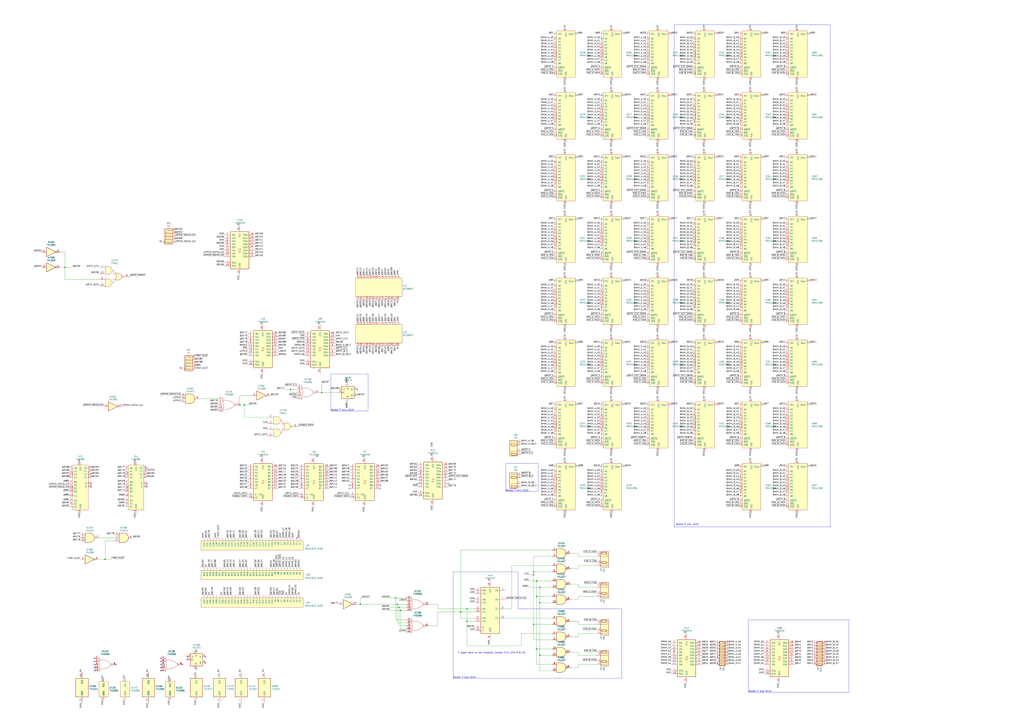
<source format=kicad_sch>
(kicad_sch (version 20230121) (generator eeschema)
  (paper "A1")
  (junction (at 264.16 322.58))
  (junction (at 438.15 472.44))
  (junction (at 295.91 496.57))
  (junction (at 383.54 510.54))
  (junction (at 378.46 502.92))
  (junction (at 238.76 320.04))
  (junction (at 327.66 499.11))
  (junction (at 383.54 500.38))
  (junction (at 325.12 491.49))
  (junction (at 200.66 332.74))
  (junction (at 440.69 477.52))
  (junction (at 440.69 490.22))
  (junction (at 438.15 513.08))
  (junction (at 440.69 533.4))
  (junction (at 443.23 482.6))
  (junction (at 438.15 469.9))
  (junction (at 86.36 459.74))
  (junction (at 443.23 495.3))
  (junction (at 196.85 332.74))
  (junction (at 443.23 538.48))
  (junction (at 328.93 501.65))
  (junction (at 53.34 219.71))
  (junction (at 326.39 496.57))
  (no_connect (at 95.25 546.1))
  (no_connect (at 161.29 534.67))
  (no_connect (at 74.93 397.51))
  (no_connect (at 132.08 543.56))
  (no_connect (at 120.65 397.51))
  (no_connect (at 132.08 548.64))
  (no_connect (at 132.08 551.18))
  (no_connect (at 74.93 400.05))
  (no_connect (at 77.47 551.18))
  (no_connect (at 287.02 401.32))
  (no_connect (at 77.47 548.64))
  (no_connect (at 293.37 320.04))
  (no_connect (at 120.65 400.05))
  (no_connect (at 120.65 384.81))
  (no_connect (at 153.67 542.29))
  (no_connect (at 132.08 541.02))
  (no_connect (at 77.47 541.02))
  (no_connect (at 132.08 546.1))
  (no_connect (at 287.02 398.78))
  (no_connect (at 153.67 539.75))
  (no_connect (at 312.42 398.78))
  (no_connect (at 168.91 544.83))
  (no_connect (at 243.84 441.96))
  (no_connect (at 149.86 546.1))
  (no_connect (at 342.9 397.51))
  (no_connect (at 161.29 549.91))
  (no_connect (at 77.47 543.56))
  (no_connect (at 168.91 539.75))
  (no_connect (at 77.47 546.1))
  (no_connect (at 312.42 401.32))
  (no_connect (at 368.3 397.51))
  (polyline (pts (xy 614.68 568.96) (xy 614.68 509.27)))
  (wire (pts (xy 297.18 491.49) (xy 295.91 491.49)))
  (wire (pts (xy 196.85 332.74) (xy 200.66 332.74)))
  (wire (pts (xy 443.23 482.6) (xy 453.39 482.6)))
  (polyline (pts (xy 271.78 307.34) (xy 302.26 307.34)))
  (wire (pts (xy 196.85 332.74) (xy 196.85 325.12)))
  (wire (pts (xy 468.63 535.94) (xy 474.98 535.94)))
  (wire (pts (xy 334.01 509.27) (xy 325.12 509.27)))
  (wire (pts (xy 200.66 332.74) (xy 204.47 332.74)))
  (polyline (pts (xy 681.99 20.32) (xy 681.99 433.07)))
  (wire (pts (xy 415.29 500.38) (xy 420.37 500.38)))
  (polyline (pts (xy 553.72 20.32) (xy 681.99 20.32)))
  (wire (pts (xy 440.69 533.4) (xy 440.69 490.22)))
  (wire (pts (xy 359.41 502.92) (xy 378.46 502.92)))
  (polyline (pts (xy 510.54 557.53) (xy 372.11 557.53)))
  (wire (pts (xy 320.04 499.11) (xy 327.66 499.11)))
  (polyline (pts (xy 372.11 557.53) (xy 372.11 469.9)))
  (wire (pts (xy 438.15 525.78) (xy 438.15 513.08)))
  (wire (pts (xy 474.98 492.76) (xy 474.98 490.22)))
  (wire (pts (xy 438.15 472.44) (xy 438.15 469.9)))
  (wire (pts (xy 474.98 482.6) (xy 490.22 482.6)))
  (wire (pts (xy 325.12 491.49) (xy 334.01 491.49)))
  (polyline (pts (xy 681.99 433.07) (xy 553.72 433.07)))
  (wire (pts (xy 238.76 322.58) (xy 238.76 320.04)))
  (wire (pts (xy 325.12 509.27) (xy 325.12 491.49)))
  (polyline (pts (xy 425.45 500.38) (xy 510.54 500.38)))
  (wire (pts (xy 219.71 342.9) (xy 200.66 342.9)))
  (wire (pts (xy 53.34 219.71) (xy 59.69 219.71)))
  (wire (pts (xy 474.98 546.1) (xy 490.22 546.1)))
  (wire (pts (xy 453.39 452.12) (xy 378.46 452.12)))
  (wire (pts (xy 334.01 516.89) (xy 328.93 516.89)))
  (wire (pts (xy 453.39 495.3) (xy 443.23 495.3)))
  (wire (pts (xy 383.54 530.86) (xy 427.99 530.86)))
  (wire (pts (xy 474.98 520.7) (xy 490.22 520.7)))
  (wire (pts (xy 415.29 508) (xy 453.39 508)))
  (wire (pts (xy 328.93 501.65) (xy 334.01 501.65)))
  (wire (pts (xy 243.84 320.04) (xy 238.76 320.04)))
  (wire (pts (xy 53.34 207.01) (xy 53.34 219.71)))
  (wire (pts (xy 378.46 508) (xy 378.46 502.92)))
  (wire (pts (xy 474.98 454.66) (xy 474.98 457.2)))
  (wire (pts (xy 383.54 510.54) (xy 383.54 530.86)))
  (wire (pts (xy 468.63 492.76) (xy 474.98 492.76)))
  (polyline (pts (xy 372.11 469.9) (xy 425.45 469.9)))
  (wire (pts (xy 81.28 441.96) (xy 93.98 441.96)))
  (wire (pts (xy 468.63 467.36) (xy 474.98 467.36)))
  (wire (pts (xy 474.98 464.82) (xy 490.22 464.82)))
  (wire (pts (xy 453.39 525.78) (xy 438.15 525.78)))
  (wire (pts (xy 326.39 496.57) (xy 334.01 496.57)))
  (wire (pts (xy 474.98 548.64) (xy 474.98 546.1)))
  (polyline (pts (xy 425.45 469.9) (xy 425.45 500.38)))
  (wire (pts (xy 53.34 229.87) (xy 53.34 219.71)))
  (wire (pts (xy 440.69 477.52) (xy 453.39 477.52)))
  (wire (pts (xy 468.63 548.64) (xy 474.98 548.64)))
  (polyline (pts (xy 697.23 568.96) (xy 614.68 568.96)))
  (wire (pts (xy 427.99 520.7) (xy 453.39 520.7)))
  (wire (pts (xy 474.98 535.94) (xy 474.98 538.48)))
  (wire (pts (xy 383.54 510.54) (xy 383.54 500.38)))
  (wire (pts (xy 264.16 322.58) (xy 261.62 322.58)))
  (polyline (pts (xy 441.96 403.86) (xy 415.29 403.86)))
  (wire (pts (xy 320.04 501.65) (xy 328.93 501.65)))
  (wire (pts (xy 468.63 510.54) (xy 474.98 510.54)))
  (wire (pts (xy 238.76 320.04) (xy 233.68 320.04)))
  (wire (pts (xy 278.13 322.58) (xy 264.16 322.58)))
  (wire (pts (xy 179.07 327.66) (xy 163.83 327.66)))
  (polyline (pts (xy 441.96 381) (xy 441.96 403.86)))
  (wire (pts (xy 453.39 469.9) (xy 438.15 469.9)))
  (wire (pts (xy 81.28 229.87) (xy 53.34 229.87)))
  (wire (pts (xy 86.36 459.74) (xy 91.44 459.74)))
  (polyline (pts (xy 553.72 433.07) (xy 553.72 20.32)))
  (wire (pts (xy 383.54 500.38) (xy 389.89 500.38)))
  (wire (pts (xy 443.23 495.3) (xy 443.23 482.6)))
  (polyline (pts (xy 697.23 509.27) (xy 697.23 568.96)))
  (wire (pts (xy 326.39 511.81) (xy 326.39 496.57)))
  (wire (pts (xy 359.41 496.57) (xy 351.79 496.57)))
  (polyline (pts (xy 271.78 337.82) (xy 271.78 307.34)))
  (polyline (pts (xy 302.26 337.82) (xy 271.78 337.82)))
  (wire (pts (xy 434.34 482.6) (xy 443.23 482.6)))
  (wire (pts (xy 474.98 523.24) (xy 474.98 520.7)))
  (wire (pts (xy 440.69 546.1) (xy 440.69 533.4)))
  (wire (pts (xy 264.16 322.58) (xy 264.16 314.96)))
  (wire (pts (xy 196.85 325.12) (xy 207.01 325.12)))
  (wire (pts (xy 438.15 469.9) (xy 438.15 457.2)))
  (wire (pts (xy 453.39 551.18) (xy 443.23 551.18)))
  (polyline (pts (xy 510.54 500.38) (xy 510.54 557.53)))
  (wire (pts (xy 295.91 496.57) (xy 326.39 496.57)))
  (wire (pts (xy 453.39 546.1) (xy 440.69 546.1)))
  (wire (pts (xy 359.41 500.38) (xy 359.41 496.57)))
  (wire (pts (xy 81.28 459.74) (xy 86.36 459.74)))
  (wire (pts (xy 200.66 342.9) (xy 200.66 332.74)))
  (wire (pts (xy 427.99 530.86) (xy 427.99 520.7)))
  (wire (pts (xy 334.01 514.35) (xy 327.66 514.35)))
  (wire (pts (xy 295.91 491.49) (xy 295.91 496.57)))
  (wire (pts (xy 359.41 514.35) (xy 359.41 502.92)))
  (wire (pts (xy 474.98 513.08) (xy 490.22 513.08)))
  (polyline (pts (xy 302.26 307.34) (xy 302.26 337.82)))
  (wire (pts (xy 434.34 472.44) (xy 438.15 472.44)))
  (wire (pts (xy 438.15 513.08) (xy 438.15 472.44)))
  (wire (pts (xy 468.63 480.06) (xy 474.98 480.06)))
  (wire (pts (xy 474.98 490.22) (xy 490.22 490.22)))
  (wire (pts (xy 328.93 516.89) (xy 328.93 501.65)))
  (wire (pts (xy 474.98 457.2) (xy 490.22 457.2)))
  (wire (pts (xy 453.39 533.4) (xy 440.69 533.4)))
  (wire (pts (xy 293.37 496.57) (xy 295.91 496.57)))
  (wire (pts (xy 440.69 490.22) (xy 440.69 477.52)))
  (wire (pts (xy 474.98 538.48) (xy 490.22 538.48)))
  (wire (pts (xy 434.34 477.52) (xy 440.69 477.52)))
  (wire (pts (xy 327.66 514.35) (xy 327.66 499.11)))
  (wire (pts (xy 327.66 499.11) (xy 334.01 499.11)))
  (wire (pts (xy 420.37 500.38) (xy 420.37 464.82)))
  (wire (pts (xy 49.53 207.01) (xy 53.34 207.01)))
  (wire (pts (xy 334.01 511.81) (xy 326.39 511.81)))
  (wire (pts (xy 359.41 500.38) (xy 383.54 500.38)))
  (wire (pts (xy 389.89 510.54) (xy 383.54 510.54)))
  (wire (pts (xy 420.37 464.82) (xy 453.39 464.82)))
  (wire (pts (xy 389.89 508) (xy 378.46 508)))
  (wire (pts (xy 443.23 538.48) (xy 443.23 495.3)))
  (wire (pts (xy 93.98 444.5) (xy 86.36 444.5)))
  (wire (pts (xy 453.39 490.22) (xy 440.69 490.22)))
  (wire (pts (xy 468.63 523.24) (xy 474.98 523.24)))
  (polyline (pts (xy 415.29 403.86) (xy 415.29 381)))
  (wire (pts (xy 443.23 551.18) (xy 443.23 538.48)))
  (wire (pts (xy 243.84 322.58) (xy 238.76 322.58)))
  (wire (pts (xy 453.39 538.48) (xy 443.23 538.48)))
  (wire (pts (xy 351.79 514.35) (xy 359.41 514.35)))
  (wire (pts (xy 453.39 513.08) (xy 438.15 513.08)))
  (wire (pts (xy 474.98 467.36) (xy 474.98 464.82)))
  (polyline (pts (xy 415.29 381) (xy 441.96 381)))
  (wire (pts (xy 86.36 444.5) (xy 86.36 459.74)))
  (wire (pts (xy 438.15 457.2) (xy 453.39 457.2)))
  (wire (pts (xy 378.46 502.92) (xy 389.89 502.92)))
  (wire (pts (xy 53.34 219.71) (xy 49.53 219.71)))
  (wire (pts (xy 474.98 510.54) (xy 474.98 513.08)))
  (polyline (pts (xy 614.68 509.27) (xy 697.23 509.27)))
  (wire (pts (xy 320.04 491.49) (xy 325.12 491.49)))
  (wire (pts (xy 378.46 452.12) (xy 378.46 502.92)))
  (wire (pts (xy 474.98 480.06) (xy 474.98 482.6)))
  (wire (pts (xy 468.63 454.66) (xy 474.98 454.66)))
  (text "Delete if only 512k" (at 614.68 568.96 0) (effects (font (size 1.27 1.27)) (justify left bottom)))
  (text "If upper bank is not installed, jumper IC44 pins 9 & 10." (at 375.92 537.21 0) (effects (font (size 1.27 1.27)) (justify left bottom)))
  (text "Delete if only 512k" (at 271.78 337.82 0) (effects (font (size 1.27 1.27)) (justify left bottom)))
  (text "Delete if only 512k" (at 415.29 403.86 0) (effects (font (size 1.27 1.27)) (justify left bottom)))
  (text "Delete if only 512k" (at 372.11 557.53 0) (effects (font (size 1.27 1.27)) (justify left bottom)))
  (text "Delete if only 512k" (at 554.99 431.8 0) (effects (font (size 1.27 1.27)) (justify left bottom)))
  (label "~{RAS_B_LOW}" (at 607.06 109.22 180))
  (label "BANK_A_A0" (at 598.17 528.32 0))
  (label "##178" (at 93.98 439.42 180))
  (label "##202" (at 297.18 491.49 0))
  (label "BANK_B_A7" (at 645.16 303.53 180))
  (label "##170" (at 368.3 384.81 0))
  (label "##185" (at 57.15 387.35 180))
  (label "~{CAS_A_HIGH}" (at 492.76 162.56 180))
  (label "##23" (at 530.86 332.74 180))
  (label "BANK_B_A1" (at 645.16 85.09 180))
  (label "FIRST_SLOT" (at 160.02 303.53 0))
  (label "BANK_B_A8" (at 645.16 52.07 180))
  (label "##163" (at 243.84 466.09 90))
  (label "~{WRITE_B}" (at 427.99 389.89 0))
  (label "##16" (at 665.48 383.54 0))
  (label "GND" (at 203.2 297.18 180))
  (label "~{RAS_A_HIGH}" (at 492.76 58.42 180))
  (label "BANK_A_A3" (at 492.76 191.77 180))
  (label "##81" (at 57.15 411.48 180))
  (label "##140" (at 209.55 195.58 0))
  (label "##5" (at 627.38 231.14 0))
  (label "##197" (at 294.64 284.48 270))
  (label "~{CAS_A_HIGH}" (at 492.76 314.96 180))
  (label "5V" (at 655.32 226.06 90))
  (label "##165" (at 241.3 488.95 90))
  (label "5V" (at 180.34 552.45 90))
  (label "BANK_B_A2" (at 568.96 341.63 180))
  (label "BANK_A_A1" (at 454.66 135.89 180))
  (label "##181" (at 109.22 441.96 0))
  (label "##4" (at 627.38 180.34 0))
  (label "##116" (at 228.6 386.08 0))
  (label "DRAM_A8" (at 250.19 284.48 180))
  (label "5V" (at 617.22 276.86 90))
  (label "BANK_B_A1" (at 568.96 186.69 180))
  (label "##113" (at 270.51 398.78 0))
  (label "BANK_B_A6" (at 607.06 300.99 180))
  (label "~{RAS}" (at 342.9 400.05 180))
  (label "GND" (at 655.32 218.44 270))
  (label "BANK_A_A0" (at 530.86 133.35 180))
  (label "~{CAS_B_LOW}" (at 568.96 213.36 180))
  (label "~{RAS_B_HIGH}" (at 645.16 58.42 180))
  (label "BANK_B_A8" (at 568.96 255.27 180))
  (label "##136" (at 198.12 488.95 90))
  (label "BANK_B_A2" (at 645.16 138.43 180))
  (label "5V" (at 617.22 378.46 90))
  (label "##20" (at 314.96 246.38 270))
  (label "GND" (at 579.12 269.24 270))
  (label "~{CAS_A_LOW}" (at 530.86 365.76 180))
  (label "~{UPPER_INSTALLED}" (at 184.15 210.82 180))
  (label "##148" (at 287.02 386.08 180))
  (label "##15" (at 492.76 332.74 180))
  (label "##174" (at 294.64 264.16 90))
  (label "BANK_A_A7" (at 492.76 201.93 180))
  (label "##181" (at 102.87 416.56 180))
  (label "##117" (at 228.6 388.62 0))
  (label "~{ENABLE_DATA}" (at 245.11 408.94 180))
  (label "##198" (at 160.02 298.45 0))
  (label "~{WRITE_ECC}" (at 342.9 392.43 180))
  (label "BANK_B_A5" (at 568.96 247.65 180))
  (label "BANK_A_A0" (at 492.76 184.15 180))
  (label "BANK_B_A0" (at 607.06 31.75 180))
  (label "BANK_B_A1" (at 568.96 135.89 180))
  (label "~{WRITE_A}" (at 492.76 157.48 180))
  (label "GND" (at 655.32 370.84 270))
  (label "##13" (at 304.8 226.06 90))
  (label "##11" (at 513.08 129.54 0))
  (label "BANK_A_A0" (at 530.86 31.75 180))
  (label "##191" (at 170.18 441.96 90))
  (label "5V" (at 170.18 466.09 90))
  (label "##117" (at 312.42 264.16 90))
  (label "5V" (at 579.12 327.66 90))
  (label "BANK_B_A0" (at 607.06 285.75 180))
  (label "BANK_A_A4" (at 530.86 92.71 180))
  (label "##118" (at 307.34 264.16 90))
  (label "BANK_A_A8" (at 492.76 102.87 180))
  (label "##23" (at 568.96 332.74 180))
  (label "5V" (at 502.92 378.46 90))
  (label "BANK_B_A7" (at 568.96 201.93 180))
  (label "BANK_B_A0" (at 568.96 82.55 180))
  (label "##127" (at 213.36 441.96 90))
  (label "BANK_B_A2" (at 607.06 138.43 180))
  (label "BANK_A_A3" (at 492.76 140.97 180))
  (label "BANK_B_A8" (at 607.06 306.07 180))
  (label "BANK_B_A2" (at 607.06 341.63 180))
  (label "##109" (at 312.42 226.06 90))
  (label "5V" (at 502.92 124.46 90))
  (label "BANK_B_A8" (at 607.06 153.67 180))
  (label "##132" (at 203.2 466.09 90))
  (label "WRITE_ECC" (at 287.02 406.4 180))
  (label "##2" (at 607.06 78.74 180))
  (label "~{FIRST_SLOT}" (at 160.02 293.37 0))
  (label "5V" (at 464.82 276.86 90))
  (label "##179" (at 66.04 444.5 180))
  (label "BANK_B_A8" (at 645.16 407.67 180))
  (label "##42" (at 668.02 530.86 180))
  (label "~{UPPER_INSTALLED}" (at 415.29 492.76 0))
  (label "FIRST_SLOT" (at 66.04 459.74 180))
  (label "##81" (at 285.75 330.2 270))
  (label "##17" (at 589.28 180.34 0))
  (label "##22" (at 551.18 129.54 0))
  (label "BANK_B_A0" (at 607.06 336.55 180))
  (label "##137" (at 198.12 466.09 90))
  (label "5V" (at 198.12 552.45 90))
  (label "~{CAS_A_LOW}" (at 454.66 416.56 180))
  (label "BANK_A_A2" (at 492.76 189.23 180))
  (label "GND" (at 167.64 441.96 90))
  (label "GND" (at 579.12 116.84 270))
  (label "BANK_B_A7" (at 607.06 49.53 180))
  (label "BANK_A_A5" (at 454.66 44.45 180))
  (label "##16" (at 645.16 383.54 180))
  (label "5V" (at 217.17 552.45 90))
  (label "BANK_A_A3" (at 530.86 90.17 180))
  (label "WRITE_DATA" (at 250.19 289.56 180))
  (label "BANK_A_A2" (at 530.86 189.23 180))
  (label "##44" (at 668.02 546.1 180))
  (label "##169" (at 102.87 396.24 180))
  (label "##40" (at 652.78 528.32 0))
  (label "BANK_B_A3" (at 568.96 140.97 180))
  (label "BANK_A_A6" (at 454.66 46.99 180))
  (label "~{RAS_B_LOW}" (at 568.96 363.22 180))
  (label "~{RAS_B_LOW}" (at 607.06 312.42 180))
  (label "DRAM_A4" (at 627.38 546.1 180))
  (label "~{CAS}" (at 243.84 327.66 180))
  (label "5V" (at 502.92 22.86 90))
  (label "##9" (at 492.76 27.94 180))
  (label "##107" (at 317.5 226.06 90))
  (label "BANK_B_A1" (at 645.16 34.29 180))
  (label "BANK_A_A2" (at 530.86 36.83 180))
  (label "~{RAS_A_HIGH}" (at 492.76 312.42 180))
  (label "5V" (at 121.92 552.45 90))
  (label "##3" (at 607.06 129.54 180))
  (label "BANK_A_A6" (at 530.86 148.59 180))
  (label "BANK_A_A4" (at 454.66 245.11 180))
  (label "5V" (at 172.72 488.95 90))
  (label "BANK_B_A4" (at 607.06 92.71 180))
  (label "BANK_B_A2" (at 607.06 392.43 180))
  (label "~{CAS_B_HIGH}" (at 568.96 60.96 180))
  (label "BANK_A_A4" (at 492.76 245.11 180))
  (label "##160" (at 185.42 466.09 90))
  (label "##114" (at 270.51 401.32 0))
  (label "##152" (at 287.02 396.24 180))
  (label "BANK_A_A1" (at 492.76 389.89 180))
  (label "BANK_A_A6" (at 492.76 97.79 180))
  (label "##110" (at 270.51 391.16 0))
  (label "GND" (at 579.12 370.84 270))
  (label "BANK_A_A1" (at 492.76 186.69 180))
  (label "##135" (at 203.2 393.7 180))
  (label "BANK_B_A5" (at 645.16 247.65 180))
  (label "##21" (at 309.88 246.38 270))
  (label "GND" (at 327.66 264.16 90))
  (label "##179" (at 102.87 389.89 180))
  (label "GND" (at 389.89 485.14 180))
  (label "~{CAS_B_HIGH}" (at 645.16 416.56 180))
  (label "##172" (at 102.87 403.86 180))
  (label "BANK_A_A2" (at 454.66 240.03 180))
  (label "GND" (at 196.85 226.06 270))
  (label "BANK_B_A8" (at 568.96 356.87 180))
  (label "BANK_A_A8" (at 530.86 52.07 180))
  (label "##171" (at 102.87 401.32 180))
  (label "##19" (at 530.86 281.94 180))
  (label "GND" (at 342.9 405.13 180))
  (label "BANK_A_A8" (at 492.76 204.47 180))
  (label "~{RAS_B_HIGH}" (at 645.16 312.42 180))
  (label "5V" (at 640.08 520.7 90))
  (label "##178" (at 175.26 488.95 90))
  (label "BANK_A_A4" (at 598.17 541.02 0))
  (label "BANK_B_A8" (at 645.16 255.27 180))
  (label "BANK_A_A0" (at 454.66 387.35 180))
  (label "BANK_A_A5" (at 530.86 196.85 180))
  (label "BANK_B_A5" (at 607.06 400.05 180))
  (label "##160" (at 184.15 218.44 180))
  (label "##7" (at 454.66 332.74 180))
  (label "BANK_B_A3" (at 645.16 293.37 180))
  (label "BANK_B_A7" (at 645.16 49.53 180))
  (label "BANK_B_A3" (at 607.06 39.37 180))
  (label "BANK_B_A7" (at 607.06 303.53 180))
  (label "##18" (at 530.86 231.14 180))
  (label "BANK_B_A8" (at 645.16 153.67 180))
  (label "~{WRITE_ECC_DRAM}" (at 530.86 208.28 180))
  (label "~{WRITE_A_2}" (at 275.59 287.02 0))
  (label "##12" (at 492.76 180.34 180))
  (label "BANK_B_A6" (at 607.06 402.59 180))
  (label "DRAM_A3" (at 627.38 535.94 180))
  (label "~{RAS_B_HIGH}" (at 568.96 261.62 180))
  (label "GND" (at 579.12 66.04 270))
  (label "BANK_A_A7" (at 492.76 354.33 180))
  (label "~{WRITE_B}" (at 607.06 55.88 180))
  (label "5V" (at 541.02 175.26 90))
  (label "BANK_B_A3" (at 607.06 90.17 180))
  (label "~{RAS_A_LOW}" (at 530.86 109.22 180))
  (label "##200" (at 179.07 332.74 180))
  (label "BANK_A_A7" (at 492.76 252.73 180))
  (label "GND" (at 464.82 421.64 270))
  (label "##116" (at 322.58 264.16 90))
  (label "GND" (at 464.82 218.44 270))
  (label "~{UPPER_INSTALLED}" (at 148.59 325.12 180))
  (label "~{CAS_B_LOW}" (at 607.06 162.56 180))
  (label "5V" (at 149.86 303.53 180))
  (label "BANK_B_A4" (at 568.96 245.11 180))
  (label "BANK_A_A6" (at 492.76 402.59 180))
  (label "BANK_A_A2" (at 530.86 240.03 180))
  (label "##8" (at 454.66 383.54 180))
  (label "BANK_B_A8" (at 568.96 102.87 180))
  (label "~{WRITE_ECC_DRAM}" (at 368.3 392.43 0))
  (label "GND" (at 541.02 269.24 270))
  (label "GND" (at 464.82 269.24 270))
  (label "##206" (at 184.15 200.66 180))
  (label "BANK_A_A1" (at 492.76 85.09 180))
  (label "~{RAS_A_HIGH}" (at 530.86 160.02 180))
  (label "GND" (at 355.6 363.22 270))
  (label "BANK_B_A1" (at 568.96 288.29 180))
  (label "##148" (at 226.06 466.09 90))
  (label "~{RAS_B_HIGH}" (at 645.16 363.22 180))
  (label "BANK_B_A3" (at 607.06 191.77 180))
  (label "##4" (at 474.98 180.34 0))
  (label "BANK_B_A8" (at 645.16 204.47 180))
  (label "BANK_B_A5" (at 607.06 196.85 180))
  (label "BANK_B_A6" (at 607.06 351.79 180))
  (label "##19" (at 304.8 284.48 270))
  (label "##167" (at 203.2 284.48 180))
  (label "FIRST_SLOT" (at 180.34 441.96 90))
  (label "~{CAS_A_HIGH}" (at 490.22 454.66 180))
  (label "~{RAS_B_HIGH}" (at 645.16 414.02 180))
  (label "BANK_B_A8" (at 645.16 306.07 180))
  (label "BANK_B_A5" (at 607.06 349.25 180))
  (label "GND" (at 177.8 441.96 90))
  (label "##179" (at 172.72 441.96 90))
  (label "BANK_B_A1" (at 645.16 339.09 180))
  (label "BANK_B_A3" (at 568.96 344.17 180))
  (label "##206" (at 184.15 195.58 180))
  (label "~{RAS_A_HIGH}" (at 490.22 487.68 180))
  (label "##135" (at 200.66 441.96 90))
  (label "~{CAS_A_LOW}" (at 454.66 365.76 180))
  (label "##7" (at 627.38 332.74 0))
  (label "RAS" (at 434.34 477.52 180))
  (label "BANK_B_A0" (at 607.06 387.35 180))
  (label "##13" (at 645.16 231.14 180))
  (label "~{CAS_A_LOW}" (at 454.66 314.96 180))
  (label "##160" (at 184.15 215.9 180))
  (label "BANK_A_A2" (at 598.17 530.86 0))
  (label "##22" (at 568.96 129.54 180))
  (label "BANK_B_A0" (at 607.06 234.95 180))
  (label "##138" (at 198.12 441.96 90))
  (label "##159" (at 222.25 325.12 0))
  (label "BANK_A_A4" (at 454.66 194.31 180))
  (label "##6" (at 454.66 281.94 180))
  (label "##114" (at 322.58 246.38 270))
  (label "BANK_B_A7" (at 645.16 252.73 180))
  (label "##191" (at 74.93 384.81 0))
  (label "DRAM_A2" (at 238.76 466.09 90))
  (label "~{CAS_B_LOW}" (at 568.96 314.96 180))
  (label "##9" (at 645.16 27.94 180))
  (label "~{WRITE_A_2}" (at 243.84 317.5 180))
  (label "BANK_A_A1" (at 454.66 339.09 180))
  (label "##14" (at 645.16 281.94 180))
  (label "BANK_A_A2" (at 492.76 341.63 180))
  (label "~{WRITE_A}" (at 492.76 411.48 180))
  (label "~{CAS_B_LOW}" (at 568.96 365.76 180))
  (label "##22" (at 304.8 246.38 270))
  (label "BANK_B_A2" (at 645.16 87.63 180))
  (label "BANK_A_A4" (at 454.66 143.51 180))
  (label "BANK_B_A0" (at 645.16 133.35 180))
  (label "BANK_A_A8" (at 492.76 306.07 180))
  (label "##81" (at 102.87 407.67 180))
  (label "BANK_A_A0" (at 492.76 82.55 180))
  (label "BANK_B_A3" (at 607.06 394.97 180))
  (label "BANK_A_A3" (at 492.76 344.17 180))
  (label "##145" (at 209.55 208.28 0))
  (label "BANK_A_A5" (at 492.76 298.45 180))
  (label "BANK_A_A2" (at 530.86 87.63 180))
  (label "##28" (at 576.58 538.48 0))
  (label "BANK_A_A3" (at 454.66 293.37 180))
  (label "~{RAS_B_LOW}" (at 568.96 109.22 180))
  (label "##15" (at 325.12 246.38 270))
  (label "BANK_A_A5" (at 454.66 247.65 180))
  (label "5V" (at 102.87 557.53 90))
  (label "##165" (at 342.9 389.89 180))
  (label "##149" (at 287.02 388.62 180))
  (label "BANK_A_A3" (at 530.86 191.77 180))
  (label "##20" (at 568.96 27.94 180))
  (label "~{RAS_A_LOW}" (at 530.86 312.42 180))
  (label "##47" (at 652.78 546.1 0))
  (label "BANK_A_A6" (at 492.76 250.19 180))
  (label "BANK_B_A0" (at 645.16 234.95 180))
  (label "BANK_A_A8" (at 454.66 356.87 180))
  (label "5V" (at 464.82 73.66 90))
  (label "5V" (at 617.22 175.26 90))
  (label "BANK_B_A6" (at 568.96 351.79 180))
  (label "##8" (at 474.98 383.54 0))
  (label "CAS" (at 275.59 276.86 0))
  (label "DRAM_A3" (at 233.68 466.09 90))
  (label "##146" (at 209.55 210.82 0))
  (label "GND" (at 617.22 269.24 270))
  (label "~{WRITE_A}" (at 454.66 157.48 180))
  (label "BANK_B_A5" (at 568.96 44.45 180))
  (label "##187" (at 228.6 279.4 0))
  (label "5V" (at 541.02 327.66 90))
  (label "##150" (at 287.02 391.16 180))
  (label "BANK_A_A5" (at 454.66 95.25 180))
  (label "GND" (at 184.15 198.12 180))
  (label "##2" (at 454.66 78.74 180))
  (label "GND" (at 579.12 218.44 270))
  (label "GND" (at 215.9 416.56 270))
  (label "BANK_A_A5" (at 454.66 146.05 180))
  (label "~{WRITE_ECC_DRAM}" (at 530.86 157.48 180))
  (label "BANK_B_A7" (at 568.96 252.73 180))
  (label "~{WRITE_A_2}" (at 427.99 373.38 0))
  (label "##134" (at 203.2 391.16 180))
  (label "BANK_A_A6" (at 530.86 351.79 180))
  (label "WRITE_DATA" (at 250.19 287.02 180))
  (label "BANK_A_A5" (at 530.86 247.65 180))
  (label "BANK_B_A3" (at 645.16 90.17 180))
  (label "GND" (at 551.18 551.18 180))
  (label "BANK_B_A4" (at 607.06 194.31 180))
  (label "5V" (at 579.12 226.06 90))
  (label "BANK_B_A4" (at 568.96 41.91 180))
  (label "##151" (at 223.52 466.09 90))
  (label "BANK_B_A5" (at 645.16 298.45 180))
  (label "##5" (at 607.06 231.14 180))
  (label "##111" (at 302.26 226.06 90))
  (label "LOWER" (at 228.6 289.56 0))
  (label "~{WRITE_A}" (at 492.76 55.88 180))
  (label "GND" (at 617.22 116.84 270))
  (label "GND" (at 402.59 525.78 270))
  (label "BANK_B_A8" (at 568.96 306.07 180))
  (label "~{RAS_A_LOW}" (at 530.86 363.22 180))
  (label "~{CAS_B_HIGH}" (at 490.22 518.16 180))
  (label "BANK_B_A5" (at 645.16 400.05 180))
  (label "BANK_B_A2" (at 568.96 240.03 180))
  (label "##197" (at 264.16 314.96 0))
  (label "DRAM_A5" (at 627.38 543.56 180))
  (label "BANK_B_A3" (at 607.06 140.97 180))
  (label "BANK_B_A6" (at 607.06 148.59 180))
  (label "5V" (at 139.7 557.53 90))
  (label "BANK_A_A3" (at 530.86 242.57 180))
  (label "~{CAS_A_LOW}" (at 454.66 264.16 180))
  (label "##29" (at 576.58 541.02 0))
  (label "##43" (at 668.02 538.48 180))
  (label "BANK_A_A2" (at 492.76 392.43 180))
  (label "BANK_B_A1" (at 645.16 288.29 180))
  (label "BANK_A_A8" (at 454.66 52.07 180))
  (label "BANK_A_A0" (at 530.86 285.75 180))
  (label "GND" (at 551.18 553.72 180))
  (label "##21" (at 530.86 78.74 180))
  (label "##197" (at 294.64 246.38 270))
  (label "BANK_B_A1" (at 607.06 34.29 180))
  (label "~{WRITE_ECC_DRAM}" (at 530.86 55.88 180))
  (label "BANK_A_A8" (at 454.66 255.27 180))
  (label "BANK_A_A7" (at 492.76 405.13 180))
  (label "##4" (at 607.06 180.34 180))
  (label "BANK_A_A4" (at 454.66 41.91 180))
  (label "BANK_B_A2" (at 568.96 36.83 180))
  (label "##105" (at 143.51 189.23 0))
  (label "BANK_A_A0" (at 454.66 82.55 180))
  (label "~{UPPER_INSTALLED}" (at 85.09 334.01 180))
  (label "~{RAS_B_HIGH}" (at 645.16 210.82 180))
  (label "##7" (at 474.98 332.74 0))
  (label "BANK_A_A0" (at 530.86 336.55 180))
  (label "BANK_B_A4" (at 607.06 41.91 180))
  (label "DRAM_A8" (at 250.19 292.1 180))
  (label "BANK_A_A1" (at 492.76 135.89 180))
  (label "BANK_B_A4" (at 607.06 143.51 180))
  (label "BANK_A_A3" (at 492.76 394.97 180))
  (label "##198" (at 177.8 466.09 90))
  (label "~{RAS_A_LOW}" (at 454.66 261.62 180))
  (label "BANK_B_A4" (at 645.16 245.11 180))
  (label "GND" (at 655.32 66.04 270))
  (label "~{WRITE_A}" (at 492.76 106.68 180))
  (label "BANK_B_A6" (at 645.16 250.19 180))
  (label "BANK_B_A4" (at 607.06 245.11 180))
  (label "BANK_B_A0" (at 678.18 528.32 0))
  (label "GND" (at 327.66 226.06 90))
  (label "##151" (at 287.02 393.7 180))
  (label "##145" (at 190.5 441.96 90))
  (label "BANK_B_A3" (at 568.96 242.57 180))
  (label "##10" (at 513.08 78.74 0))
  (label "##205" (at 243.84 325.12 180))
  (label "BANK_B_A6" (at 645.16 97.79 180))
  (label "##123" (at 215.9 441.96 90))
  (label "~{UPPER_INSTALLED}" (at 57.15 401.32 180))
  (label "BANK_A_A8_2" (at 275.59 284.48 0))
  (label "BANK_B_A2" (at 607.06 36.83 180))
  (label "GND" (at 502.92 320.04 270))
  (label "BANK_B_A1" (at 568.96 237.49 180))
  (label "BANK_B_A8" (at 645.16 102.87 180))
  (label "BANK_A_A8" (at 454.66 407.67 180))
  (label "~{WRITE_A}" (at 454.66 208.28 180))
  (label "~{WRITE_A}" (at 492.76 208.28 180))
  (label "BANK_A_A6" (at 492.76 199.39 180))
  (label "~{WRITE_ECC}" (at 228.6 466.09 90))
  (label "BANK_B_A6" (at 645.16 199.39 180))
  (label "~{WRITE_A}" (at 454.66 309.88 180))
  (label "DRAM_A5" (at 551.18 543.56 180))
  (label "BANK_A_A4" (at 492.76 143.51 180))
  (label "~{WRITE_ECC_DRAM}" (at 568.96 55.88 180))
  (label "BANK_A_A3" (at 492.76 39.37 180))
  (label "##17" (at 568.96 180.34 180))
  (label "~{WRITE_B}" (at 645.16 106.68 180))
  (label "5V" (at 579.12 276.86 90))
  (label "##194" (at 170.18 488.95 90))
  (label "DRAM_A1" (at 627.38 530.86 180))
  (label "GND" (at 502.92 116.84 270))
  (label "##129" (at 210.82 441.96 90))
  (label "BANK_A_A7" (at 454.66 354.33 180))
  (label "##23" (at 589.28 332.74 0))
  (label "BANK_B_A6" (at 568.96 199.39 180))
  (label "BANK_B_A0" (at 645.16 184.15 180))
  (label "BANK_A_A8" (at 530.86 102.87 180))
  (label "##5" (at 304.8 264.16 90))
  (label "BANK_B_A8" (at 607.06 204.47 180))
  (label "BANK_A_A4" (at 454.66 295.91 180))
  (label "##142" (at 209.55 200.66 0))
  (label "BANK_A_A7" (at 492.76 100.33 180))
  (label "~{CAS_B_HIGH}" (at 645.16 365.76 180))
  (label "##161" (at 228.6 488.95 90))
  (label "~{WRITE_PARITY}" (at 568.96 360.68 180))
  (label "BANK_B_A7" (at 568.96 354.33 180))
  (label "##21" (at 568.96 78.74 180))
  (label "##193" (at 167.64 488.95 90))
  (label "5V" (at 182.88 488.95 90))
  (label "~{WRITE_PARITY}" (at 530.86 360.68 180))
  (label "##120" (at 297.18 264.16 90))
  (label "BANK_B_A7" (at 645.16 201.93 180))
  (label "##115" (at 228.6 383.54 0))
  (label "BANK_A_A5" (at 530.86 349.25 180))
  (label "GND" (at 617.22 167.64 270))
  (label "BANK_A_A6" (at 530.86 300.99 180))
  (label "##101" (at 389.89 515.62 180))
  (label "BANK_A_A5" (at 454.66 196.85 180))
  (label "##21" (at 551.18 78.74 0))
  (label "BANK_A_A6" (at 492.76 46.99 180))
  (label "BANK_B_A4" (at 568.96 143.51 180))
  (label "5V" (at 355.6 374.65 90))
  (label "5V" (at 655.32 73.66 90))
  (label "BANK_A_A7" (at 454.66 100.33 180))
  (label "##41" (at 668.02 533.4 180))
  (label "##11" (at 665.48 129.54 0))
  (label "5V" (at 246.38 488.95 90))
  (label "BANK_A_A3" (at 530.86 140.97 180))
  (label "##111" (at 270.51 393.7 0))
  (label "##23" (at 551.18 332.74 0))
  (label "DRAM_A7" (at 233.68 441.96 90))
  (label "BANK_A_A0" (at 492.76 336.55 180))
  (label "##122" (at 228.6 401.32 0))
  (label "GND" (at 215.9 307.34 270))
  (label "BANK_A_A3" (at 454.66 39.37 180))
  (label "##6" (at 299.72 264.16 90))
  (label "UPPER" (at 334.01 519.43 180))
  (label "GND" (at 617.22 320.04 270))
  (label "BANK_B_A2" (at 645.16 36.83 180))
  (label "BANK_B_A8_2" (at 427.99 400.05 0))
  (label "~{WRITE_ECC}" (at 250.19 279.4 180))
  (label "BANK_B_A6" (at 645.16 46.99 180))
  (label "BANK_A_A1" (at 598.17 533.4 0))
  (label "##112" (at 297.18 226.06 90))
  (label "BANK_B_A4" (at 645.16 397.51 180))
  (label "BANK_A_A1" (at 492.76 339.09 180))
  (label "##175" (at 368.3 400.05 0))
  (label "GND" (at 617.22 421.64 270))
  (label "BANK_A_A2" (at 454.66 138.43 180))
  (label "BANK_B_A5" (at 607.06 247.65 180))
  (label "~{CAS_A_HIGH}" (at 492.76 416.56 180))
  (label "5V" (at 67.31 552.45 90))
  (label "5V" (at 655.32 124.46 90))
  (label "~{CAS_A_LOW}" (at 530.86 213.36 180))
  (label "##163" (at 342.9 384.81 180))
  (label "##27" (at 576.58 535.94 0))
  (label "~{WRITE_DATA}" (at 231.14 466.09 90))
  (label "BANK_A_A5" (at 492.76 146.05 180))
  (label "DRAM_A4" (at 551.18 546.1 180))
  (label "WRITE_DATA" (at 275.59 274.32 0))
  (label "BANK_A_A2" (at 530.86 138.43 180))
  (label "##155" (at 302.26 246.38 270))
  (label "5V" (at 236.22 488.95 90))
  (label "BANK_B_A6" (at 568.96 250.19 180))
  (label "5V" (at 196.85 185.42 90))
  (label "BANK_A_A6" (at 492.76 300.99 180))
  (label "BANK_B_A4" (at 568.96 346.71 180))
  (label "BANK_B_A7" (at 645.16 151.13 180))
  (label "DRAM_A2" (at 551.18 533.4 180))
  (label "BANK_A_A3" (at 492.76 293.37 180))
  (label "GND" (at 541.02 66.04 270))
  (label "##181" (at 57.15 416.56 180))
  (label "##7" (at 325.12 284.48 270))
  (label "BANK_A_A5" (at 492.76 95.25 180))
  (label "BANK_A_A5" (at 454.66 298.45 180))
  (label "~{CAS_A_LOW}" (at 490.22 462.28 180))
  (label "BANK_B_A0" (at 607.06 82.55 180))
  (label "~{RAS_B_HIGH}" (at 568.96 160.02 180))
  (label "##9" (at 325.12 226.06 90))
  (label "BANK_A_A0" (at 492.76 133.35 180))
  (label "##13" (at 513.08 231.14 0))
  (label "##184" (at 320.04 499.11 180))
  (label "##1" (at 607.06 27.94 180))
  (label "5V" (at 464.82 378.46 90))
  (label "##154" (at 312.42 386.08 0))
  (label "##105" (at 59.69 219.71 0))
  (label "##115" (at 317.5 264.16 90))
  (label "##158" (at 312.42 396.24 0))
  (label "5V" (at 261.62 375.92 90))
  (label "BANK_B_A2" (at 607.06 240.03 180))
  (label "BANK_A_A1" (at 492.76 237.49 180))
  (label "BANK_B_A4" (at 568.96 92.71 180))
  (label "BANK_A_A4" (at 530.86 41.91 180))
  (label "##184" (at 120.65 392.43 0))
  (label "BANK_A_A7" (at 492.76 151.13 180))
  (label "BANK_A_A7" (at 454.66 151.13 180))
  (label "GND" (at 617.22 66.04 270))
  (label "##141" (at 209.55 198.12 0))
  (label "##42" (at 652.78 533.4 0))
  (label "BANK_A_A6" (at 454.66 97.79 180))
  (label "BANK_A_A8" (at 492.76 255.27 180))
  (label "##134" (at 200.66 466.09 90))
  (label "##138" (at 203.2 401.32 180))
  (label "5V" (at 215.9 266.7 90))
  (label "BANK_B_A2" (at 607.06 290.83 180))
  (label "##130" (at 210.82 466.09 90))
  (label "BANK_B_A7" (at 607.06 405.13 180))
  (label "##178" (at 102.87 392.43 180))
  (label "##1" (at 627.38 27.94 0))
  (label "BANK_B_A3" (at 607.06 344.17 180))
  (label "~{RAS_A_HIGH}" (at 492.76 210.82 180))
  (label "##2" (at 474.98 78.74 0))
  (label "##181" (at 102.87 411.48 180))
  (label "BANK_A_A2" (at 454.66 392.43 180))
  (label "GND" (at 464.82 167.64 270))
  (label "BANK_A_A6" (at 454.66 148.59 180))
  (label "~{RAS_A_LOW}" (at 454.66 414.02 180))
  (label "##17" (at 314.96 284.48 270))
  (label "~{CAS_A_LOW}" (at 454.66 111.76 180))
  (label "~{WRITE_B}" (at 607.06 259.08 180))
  (label "##26" (at 576.58 533.4 0))
  (label "BANK_B_A0" (at 607.06 133.35 180))
  (label "~{WRITE_B}" (at 607.06 411.48 180))
  (label "BANK_B_A5" (at 568.96 146.05 180))
  (label "##81" (at 57.15 407.67 180))
  (label "BANK_B_A3" (at 568.96 90.17 180))
  (label "##81" (at 160.02 300.99 0))
  (label "BANK_B_A7" (at 568.96 303.53 180))
  (label "BANK_A_A7" (at 530.86 100.33 180))
  (label "##112" (at 270.51 396.24 0))
  (label "BANK_A_A2" (at 492.76 36.83 180))
  (label "##126" (at 245.11 391.16 180))
  (label "BANK_B_A3" (at 568.96 191.77 180))
  (label "BANK_B_A8" (at 427.99 397.51 0))
  (label "##10" (at 492.76 78.74 180))
  (label "5V" (at 655.32 276.86 90))
  (label "BANK_A_A7" (at 454.66 303.53 180))
  (label "##125" (at 213.36 488.95 90))
  (label "DRAM_A7" (at 627.38 538.48 180))
  (label "BANK_A_A5" (at 530.86 298.45 180))
  (label "DRAM_A8" (at 238.76 441.96 90))
  (label "GND" (at 502.92 167.64 270))
  (label "##178" (at 203.2 281.94 180))
  (label "##4" (at 454.66 180.34 180))
  (label "GND" (at 464.82 116.84 270))
  (label "UPPER_INSTALLED" (at 143.51 199.39 0))
  (label "5V" (at 655.32 378.46 90))
  (label "##156" (at 312.42 391.16 0))
  (label "~{CAS_B_HIGH}" (at 645.16 264.16 180))
  (label "5V" (at 327.66 284.48 270))
  (label "BANK_A_A0" (at 454.66 285.75 180))
  (label "BANK_A_A0" (at 492.76 285.75 180))
  (label "##12" (at 309.88 226.06 90))
  (label "~{WRITE_ECC_DRAM}" (at 568.96 106.68 180))
  (label "BANK_B_A7" (at 645.16 405.13 180))
  (label "BANK_B_A5" (at 645.16 95.25 180))
  (label "##20" (at 589.28 27.94 0))
  (label "~{RAS_B_HIGH}" (at 645.16 261.62 180))
  (label "##13" (at 492.76 231.14 180))
  (label "##161" (at 342.9 394.97 180))
  (label "BANK_A_A3" (at 492.76 242.57 180))
  (label "GND" (at 655.32 421.64 270))
  (label "GND" (at 66.04 421.64 270))
  (label "##119" (at 228.6 393.7 0))
  (label "##162" (at 246.38 441.96 90))
  (label "BANK_B_A7" (at 607.06 354.33 180))
  (label "BANK_A_A8" (at 530.86 255.27 180))
  (label "BANK_A_A3" (at 530.86 293.37 180))
  (label "##119" (at 302.26 264.16 90))
  (label "~{ENABLE_DATA}" (at 245.11 350.52 0))
  (label "BANK_B_A8_2" (at 275.59 292.1 0))
  (label "5V" (at 655.32 175.26 90))
  (label "##174" (at 278.13 496.57 180))
  (label "##3" (at 454.66 129.54 180))
  (label "GND" (at 184.15 205.74 180))
  (label "BANK_A_A6" (at 530.86 46.99 180))
  (label "##22" (at 589.28 129.54 0))
  (label "5V" (at 617.22 22.86 90))
  (label "##141" (at 193.04 466.09 90))
  (label "BANK_A_A0" (at 530.86 82.55 180))
  (label "GND" (at 617.22 218.44 270))
  (label "5V" (at 563.88 520.7 90))
  (label "~{CAS_A_HIGH}" (at 530.86 162.56 180))
  (label "BANK_A_A0" (at 530.86 234.95 180))
  (label "~{WRITE_A}" (at 454.66 106.68 180))
  (label "BANK_B_A2" (at 568.96 138.43 180))
  (label "GND" (at 563.88 561.34 270))
  (label "BANK_B_A3" (at 678.18 538.48 0))
  (label "GND" (at 464.82 320.04 270))
  (label "GND" (at 502.92 370.84 270))
  (label "##144" (at 209.55 205.74 0))
  (label "~{WRITE_ECC_DRAM}" (at 568.96 208.28 180))
  (label "##106" (at 81.28 224.79 180))
  (label "BANK_B_A5" (at 607.06 44.45 180))
  (label "BANK_A_A8" (at 530.86 204.47 180))
  (label "~{RAS_B_HIGH}" (at 490.22 543.56 180))
  (label "WRITE_ECC" (at 81.28 219.71 180))
  (label "~{RAS_A_HIGH}" (at 492.76 414.02 180))
  (label "BANK_A_A2" (at 454.66 341.63 180))
  (label "~{CAS_A_HIGH}" (at 492.76 111.76 180))
  (label "BANK_B_A1" (at 607.06 288.29 180))
  (label "BANK_A_A4" (at 492.76 346.71 180))
  (label "##4" (at 309.88 264.16 90))
  (label "WRITE_DATA" (at 219.71 358.14 180))
  (label "~{RAS_B_HIGH}" (at 645.16 109.22 180))
  (label "~{CAS_A_LOW}" (at 454.66 162.56 180))
  (label "##101" (at 293.37 325.12 0))
  (label "GND" (at 541.02 116.84 270))
  (label "BANK_B_A6" (at 645.16 351.79 180))
  (label "~{CAS_A_LOW}" (at 530.86 314.96 180))
  (label "BANK_B_A4" (at 645.16 295.91 180))
  (label "BANK_B_A5" (at 645.16 349.25 180))
  (label "##142" (at 190.5 466.09 90))
  (label "BANK_A_A5" (at 492.76 44.45 180))
  (label "BANK_B_A3" (at 607.06 293.37 180))
  (label "BANK_B_A7" (at 568.96 151.13 180))
  (label "##181" (at 57.15 414.02 180))
  (label "BANK_B_A1" (at 607.06 339.09 180))
  (label "BANK_B_A8" (at 568.96 204.47 180))
  (label "##18" (at 309.88 284.48 270))
  (label "5V" (at 502.92 175.26 90))
  (label "BANK_B_A6" (at 607.06 97.79 180))
  (label "BANK_B_A4" (at 678.18 541.02 0))
  (label "BANK_A_A4" (at 454.66 346.71 180))
  (label "~{CAS_A_HIGH}" (at 492.76 365.76 180))
  (label "~{CAS_B_HIGH}" (at 645.16 60.96 180))
  (label "~{CAS_B_HIGH}" (at 568.96 264.16 180))
  (label "BANK_B_A0" (at 568.96 336.55 180))
  (label "~{RAS_A_LOW}" (at 454.66 109.22 180))
  (label "GND" (at 180.34 577.85 270))
  (label "BANK_A_A1" (at 530.86 288.29 180))
  (label "##6" (at 607.06 281.94 180))
  (label "##186" (at 228.6 274.32 0))
  (label "##108" (at 278.13 320.04 180))
  (label "~{CAS_B_LOW}" (at 607.06 60.96 180))
  (label "CAS" (at 219.71 347.98 180))
  (label "LOWER" (at 334.01 494.03 180))
  (label "##12" (at 645.16 180.34 180))
  (label "BANK_B_A3" (at 645.16 140.97 180))
  (label "##195" (at 204.47 332.74 0))
  (label "##192" (at 167.64 466.09 90))
  (label "~{WRITE_B}" (at 607.06 157.48 180))
  (label "GND" (at 217.17 577.85 270))
  (label "~{RAS}" (at 233.68 488.95 90))
  (label "BANK_A_A0" (at 454.66 234.95 180))
  (label "~{WRITE_A}" (at 492.76 309.88 180))
  (label "BANK_B_A6" (at 645.16 148.59 180))
  (label "GND" (at 257.81 416.56 270))
  (label "5V" (at 133.35 199.39 180))
  (label "##8" (at 607.06 383.54 180))
  (label "BANK_A_A8" (at 530.86 356.87 180))
  (label "DRAM_A2" (at 627.38 533.4 180))
  (label "~{WRITE_ECC_DRAM}" (at 530.86 309.88 180))
  (label "~{CAS_B_HIGH}" (at 568.96 162.56 180))
  (label "~{WRITE_A}" (at 492.76 360.68 180))
  (label "BANK_B_A0" (at 645.16 82.55 180))
  (label "BANK_A_A6" (at 492.76 351.79 180))
  (label "##29" (at 588.01 535.94 180))
  (label "DRAM_A0" (at 627.38 528.32 180))
  (label "##81" (at 434.34 482.6 180))
  (label "~{RAS_B_LOW}" (at 607.06 261.62 180))
  (label "~{CAS_A_LOW}" (at 454.66 60.96 180))
  (label "BANK_B_A0" (at 568.96 133.35 180))
  (label "~{CAS_B_LOW}" (at 607.06 213.36 180))
  (label "UPPER" (at 203.2 289.56 180))
  (label "BANK_A_A5" (at 530.86 44.45 180))
  (label "BANK_B_A2" (at 678.18 530.86 0))
  (label "##13" (at 665.48 231.14 0))
  (label "BANK_A_A6" (at 454.66 300.99 180))
  (label "BANK_A_A8" (at 454.66 306.07 180))
  (label "RAS" (at 228.6 287.02 0))
  (label "5V" (at 402.59 477.52 90))
  (label "BANK_A_A6" (at 530.86 199.39 180))
  (label "##179" (at 203.2 279.4 180))
  (label "GND" (at 389.89 518.16 180))
  (label "~{CAS_B_HIGH}" (at 645.16 111.76 180))
  (label "GND" (at 502.92 218.44 270))
  (label "##18" (at 568.96 231.14 180))
  (label "BANK_A_A6" (at 530.86 250.19 180))
  (label "##177" (at 175.26 466.09 90))
  (label "##169" (at 368.3 382.27 0))
  (label "##206" (at 143.51 196.85 0))
  (label "##12" (at 665.48 180.34 0))
  (label "DRAM_A6" (at 236.22 441.96 90))
  (label "GND" (at 640.08 561.34 270))
  (label "GND" (at 389.89 492.76 180))
  (label "##107" (at 270.51 383.54 0))
  (label "DRAM_A6" (at 551.18 541.02 180))
  (label "BANK_A_A4" (at 530.86 194.31 180))
  (label "BANK_B_A3" (at 645.16 344.17 180))
  (label "~{CAS_A_HIGH}" (at 492.76 213.36 180))
  (label "~{WRITE_B}" (at 607.06 309.88 180))
  (label "##180" (at 160.02 295.91 0))
  (label "BANK_B_A1" (at 607.06 237.49 180))
  (label "~{CAS_A_HIGH}" (at 492.76 264.16 180))
  (label "##129" (at 245.11 398.78 180))
  (label "##204" (at 34.29 219.71 180))
  (label "##12" (at 513.08 180.34 0))
  (label "BANK_B_A5" (at 607.06 298.45 180))
  (label "##2" (at 320.04 264.16 90))
  (label "##186" (at 57.15 384.81 180))
  (label "~{RAS_B_LOW}" (at 607.06 414.02 180))
  (label "BANK_A_A2" (at 492.76 290.83 180))
  (label "~{RAS}" (at 203.2 287.02 180))
  (label "~{WRITE_B}" (at 645.16 259.08 180))
  (label "BANK_A_A5" (at 598.17 543.56 0))
  (label "DRAM_A0" (at 241.3 466.09 90))
  (label "BANK_B_A0" (at 645.16 336.55 180))
  (label "5V" (at 262.89 266.7 90))
  (label "##14" (at 513.08 281.94 0))
  (label "GND" (at 184.15 193.04 180))
  (label "~{RAS_A_HIGH}" (at 530.86 261.62 180))
  (label "GND" (at 139.7 575.31 270))
  (label "~{RAS_A_LOW}" (at 490.22 480.06 180))
  (label "~{RAS_B_HIGH}" (at 645.16 160.02 180))
  (label "~{CAS_B_LOW}" (at 568.96 111.76 180))
  (label "BANK_A_A1" (at 530.86 85.09 180))
  (label "BANK_A_A4" (at 530.86 295.91 180))
  (label "##193" (at 74.93 389.89 0))
  (label "BANK_B_A5" (at 568.96 196.85 180))
  (label "BANK_A_A7" (at 598.17 546.1 0))
  (label "~{RAS_A_LOW}" (at 454.66 363.22 180))
  (label "##8" (at 320.04 284.48 270))
  (label "~{CAS_B_LOW}" (at 607.06 264.16 180))
  (label "BANK_B_A4" (at 645.16 194.31 180))
  (label "##146" (at 187.96 441.96 90))
  (label "BANK_B_A2" (at 607.06 87.63 180))
  (label "5V" (at 617.22 327.66 90))
  (label "##174" (at 294.64 226.06 90))
  (label "##81" (at 102.87 414.02 180))
  (label "##9" (at 665.48 27.94 0))
  (label "##109" (at 270.51 388.62 0))
  (label "BANK_B_A7" (at 568.96 100.33 180))
  (label "##7" (at 607.06 332.74 180))
  (label "GND" (at 161.29 575.31 270))
  (label "##188" (at 57.15 392.43 180))
  (label "##188" (at 228.6 281.94 0))
  (label "CAS" (at 434.34 472.44 180))
  (label "DRAM_A0" (at 551.18 528.32 180))
  (label "BANK_A_A1" (at 454.66 237.49 180))
  (label "~{WRITE_PARITY}" (at 106.68 227.33 0))
  (label "BANK_B_A7" (at 607.06 151.13 180))
  (label "##175" (at 179.07 330.2 180))
  (label "BANK_B_A6" (at 568.96 46.99 180))
  (label "DRAM_A6" (at 627.38 541.02 180))
  (label "##23" (at 299.72 284.48 270))
  (label "BANK_A_A2" (at 492.76 240.03 180))
  (label "~{WRITE_B}" (at 645.16 157.48 180))
  (label "BANK_A_A7" (at 530.86 303.53 180))
  (label "BANK_A_A8" (at 492.76 52.07 180))
  (label "5V" (at 66.04 379.73 90))
  (label "~{RAS_A_HIGH}" (at 492.76 109.22 180))
  (label "GND" (at 579.12 320.04 270))
  (label "##11" (at 314.96 226.06 90))
  (label "~{WRITE_B_2}" (at 427.99 392.43 0))
  (label "BANK_B_A8" (at 607.06 52.07 180))
  (label "GND" (at 67.31 577.85 270))
  (label "##105" (at 250.19 281.94 180))
  (label "BANK_A_A7" (at 454.66 405.13 180))
  (label "##25" (at 588.01 533.4 180))
  (label "BANK_A_A4" (at 530.86 346.71 180))
  (label "WRITE_DATA" (at 81.28 234.95 180))
  (label "BANK_B_A7" (at 645.16 100.33 180))
  (label "##28" (at 588.01 546.1 180))
  (label "##10" (at 320.04 226.06 90))
  (label "5V" (at 541.02 73.66 90))
  (label "BANK_B_A3" (at 645.16 242.57 180))
  (label "##16" (at 492.76 383.54 180))
  (label "##159" (at 185.42 488.95 90))
  (label "##19" (at 568.96 281.94 180))
  (label "~{WRITE_B}" (at 645.16 309.88 180))
  (label "GND" (at 627.38 553.72 180))
  (label "BANK_A_A0" (at 454.66 184.15 180))
  (label "BANK_B_A8" (at 645.16 356.87 180))
  (label "GND" (at 85.09 575.31 270))
  (label "BANK_A_A5" (at 492.76 400.05 180))
  (label "GND" (at 502.92 66.04 270))
  (label "BANK_B_A5" (at 568.96 298.45 180))
  (label "BANK_B_A2" (at 645.16 290.83 180))
  (label "BANK_B_A4" (at 645.16 92.71 180))
  (label "##81" (at 57.15 396.24 180))
  (label "##180" (at 342.9 407.67 180))
  (label "5V" (at 299.72 375.92 90))
  (label "BANK_A_A3" (at 454.66 140.97 180))
  (label "##174" (at 368.3 394.97 0))
  (label "##18" (at 589.28 231.14 0))
  (label "GND" (at 250.19 299.72 180))
  (label "##177" (at 203.2 274.32 180))
  (label "GND" (at 198.12 577.85 270))
  (label "##128" (at 245.11 396.24 180))
  (label "##176" (at 203.2 276.86 180))
  (label "BANK_A_A0" (at 492.76 31.75 180))
  (label "##171" (at 368.3 387.35 0))
  (label "GND" (at 655.32 116.84 270))
  (label "WRITE_DATA" (at 245.11 406.4 180))
  (label "~{WRITE_A}" (at 454.66 360.68 180))
  (label "GND" (at 464.82 66.04 270))
  (label "GND" (at 241.3 441.96 90))
  (label "BANK_A_A4" (at 492.76 92.71 180))
  (label "BANK_A_A5" (at 492.76 349.25 180))
  (label "BANK_B_A0" (at 568.96 184.15 180))
  (label "##31" (at 576.58 546.1 0))
  (label "~{CAS_B_LOW}" (at 607.06 416.56 180))
  (label "##123" (at 245.11 383.54 180))
  (label "~{RAS_A_LOW}" (at 454.66 160.02 180))
  (label "##47" (at 668.02 541.02 180))
  (label "BANK_A_A1" (at 530.86 237.49 180))
  (label "##44" (at 652.78 538.48 0))
  (label "BANK_B_A2" (at 607.06 189.23 180))
  (label "BANK_B_A8" (at 568.96 153.67 180))
  (label "BANK_B_A6" (at 678.18 535.94 0))
  (label "BANK_B_A8" (at 607.06 255.27 180))
  (label "BANK_B_A1" (at 607.06 85.09 180))
  (label "BANK_A_A0" (at 530.86 184.15 180))
  (label "##43" (at 652.78 535.94 0))
  (label "DRAM_A7" (at 551.18 538.48 180))
  (label "BANK_B_A1" (at 645.16 135.89 180))
  (label "##131" (at 203.2 441.96 90))
  (label "5V" (at 215.9 375.92 90))
  (label "BANK_A_A7" (at 530.86 201.93 180))
  (label "BANK_A_A2" (at 454.66 290.83 180))
  (label "##183" (at 179.07 337.82 180))
  (label "BANK_B_A1" (at 568.96 339.09 180))
  (label "~{CAS_B_LOW}" (at 607.06 111.76 180))
  (label "##3" (at 474.98 129.54 0))
  (label "BANK_B_A5" (at 568.96 349.25 180))
  (label "5V" (at 579.12 175.26 90))
  (label "##20" (at 551.18 27.94 0))
  (label "DRAM_A1" (at 236.22 466.09 90))
  (label "##131" (at 203.2 383.54 180))
  (label "BANK_A_A5" (at 492.76 247.65 180))
  (label "##16" (at 513.08 383.54 0))
  (label "##46" (at 668.02 543.56 180))
  (label "BANK_B_A6" (at 645.16 300.99 180))
  (label "~{WRITE_B}" (at 645.16 55.88 180))
  (label "##200" (at 320.04 491.49 180))
  (label "BANK_B_A8" (at 607.06 356.87 180))
  (label "~{CAS_A_HIGH}" (at 492.76 60.96 180))
  (label "GND" (at 541.02 167.64 270))
  (label "BANK_A_A5" (at 454.66 400.05 180))
  (label "GND" (at 250.19 297.18 180))
  (label "##6" (at 474.98 281.94 0))
  (label "~{RAS_A_HIGH}" (at 492.76 261.62 180))
  (label "BANK_A_A4" (at 492.76 295.91 180))
  (label "##164" (at 246.38 466.09 90))
  (label "BANK_A_A4" (at 492.76 397.51 180))
  (label "GND" (at 102.87 575.31 270))
  (label "BANK_B_A2" (at 568.96 290.83 180))
  (label "~{WRITE_B}" (at 645.16 360.68 180))
  (label "##147" (at 226.06 488.95 90))
  (label "BANK_B_A5" (at 645.16 196.85 180))
  (label "BANK_A_A3" (at 454.66 90.17 180))
  (label "BANK_B_A5" (at 645.16 44.45 180))
  (label "BANK_B_A8" (at 607.06 407.67 180))
  (label "##11" (at 492.76 129.54 180))
  (label "BANK_B_A6" (at 607.06 46.99 180))
  (label "##130" (at 245.11 401.32 180))
  (label "BANK_B_A6" (at 607.06 199.39 180))
  (label "5V" (at 541.02 124.46 90))
  (label "UPPER" (at 120.65 387.35 0))
  (label "5V" (at 541.02 22.86 90))
  (label "##108" (at 322.58 226.06 90))
  (label "BANK_A_A2" (at 530.86 341.63 180))
  (label "BANK_B_A3" (at 568.96 39.37 180))
  (label "BANK_A_A5" (at 530.86 95.25 180))
  (label "BANK_A_A3" (at 454.66 191.77 180))
  (label "BANK_A_A8_2" (at 427.99 365.76 0))
  (label "BANK_A_A7" (at 454.66 49.53 180))
  (label "##144" (at 193.04 441.96 90))
  (label "BANK_A_A3" (at 530.86 344.17 180))
  (label "5V" (at 617.22 124.46 90))
  (label "##204" (at 297.18 284.48 270))
  (label "UPPER" (at 148.59 327.66 180))
  (label "BANK_A_A4" (at 454.66 92.71 180))
  (label "BANK_B_A7" (at 645.16 354.33 180))
  (label "GND" (at 541.02 370.84 270))
  (label "GND" (at 627.38 551.18 180))
  (label "##40" (at 668.02 528.32 180))
  (label "##18" (at 551.18 231.14 0))
  (label "##113" (at 317.5 246.38 270))
  (label "##30" (at 588.01 543.56 180))
  (label "BANK_B_A6" (at 568.96 97.79 180))
  (label "##164" (at 342.9 387.35 180))
  (label "BANK_A_A6" (at 454.66 351.79 180))
  (label "BANK_B_A1" (at 645.16 389.89 180))
  (label "BANK_B_A5" (at 568.96 95.25 180))
  (label "5V" (at 161.29 554.99 90))
  (label "##133" (at 203.2 388.62 180))
  (label "5V" (at 111.76 379.73 90))
  (label "BANK_A_A2" (at 454.66 87.63 180))
  (label "~{CAS_B_LOW}" (at 607.06 314.96 180))
  (label "##143" (at 187.96 466.09 90))
  (label "BANK_A_A5" (at 492.76 196.85 180))
  (label "##154" (at 307.34 246.38 270))
  (label "BANK_B_A4" (at 645.16 143.51 180))
  (label "DRAM_A1" (at 551.18 530.86 180))
  (label "##177" (at 102.87 384.81 180))
  (label "5V" (at 502.92 276.86 90))
  (label "BANK_B_A7" (at 607.06 100.33 180))
  (label "BANK_A_A7" (at 530.86 354.33 180))
  (label "GND" (at 111.76 421.64 270))
  (label "BANK_A_A8" (at 492.76 407.67 180))
  (label "##19" (at 551.18 281.94 0))
  (label "~{RAS_B_LOW}" (at 607.06 58.42 180))
  (label "##150" (at 223.52 488.95 90))
  (label "BANK_A_A7" (at 492.76 303.53 180))
  (label "BANK_A_A6" (at 454.66 250.19 180))
  (label "GND" (at 579.12 167.64 270))
  (label "GND" (at 541.02 320.04 270))
  (label "BANK_A_A0" (at 492.76 234.95 180))
  (label "##147" (at 287.02 383.54 180))
  (label "##10" (at 665.48 78.74 0))
  (label "BANK_A_A7" (at 454.66 252.73 180))
  (label "BANK_A_A1" (at 454.66 34.29 180))
  (label "BANK_B_A2" (at 568.96 189.23 180))
  (label "##143" (at 209.55 203.2 0))
  (label "WRITE_ECC" (at 275.59 279.4 0))
  (label "##139" (at 190.5 488.95 90))
  (label "~{WRITE_B}" (at 645.16 411.48 180))
  (label "BANK_A_A1" (at 454.66 186.69 180))
  (label "##205" (at 228.6 292.1 0))
  (label "BANK_A_A1" (at 530.86 339.09 180))
  (label "##16" (at 320.04 246.38 270))
  (label "##192" (at 74.93 387.35 0))
  (label "BANK_B_A7" (at 678.18 546.1 0))
  (label "##149" (at 226.06 441.96 90))
  (label "~{WRITE_ECC_DRAM}" (at 568.96 157.48 180))
  (label "##14" (at 492.76 281.94 180))
  (label "GND" (at 299.72 416.56 270))
  (label "~{WRITE_A}" (at 454.66 259.08 180))
  (label "BANK_B_A2" (at 645.16 341.63 180))
  (label "BANK_A_A3" (at 454.66 242.57 180))
  (label "BANK_A_A1" (at 530.86 186.69 180))
  (label "~{WRITE_B}" (at 607.06 208.28 180))
  (label "~{RAS_A_LOW}" (at 454.66 312.42 180))
  (label "BANK_B_A5" (at 678.18 543.56 0))
  (label "##185" (at 228.6 276.86 0))
  (label "WRITE_DATA" (at 203.2 406.4 180))
  (label "BANK_B_A3" (at 645.16 191.77 180))
  (label "BANK_A_A2" (at 454.66 36.83 180))
  (label "BANK_A_A3" (at 492.76 90.17 180))
  (label "##10" (at 645.16 78.74 180))
  (label "##202" (at 143.51 191.77 0))
  (label "5V" (at 464.82 327.66 90))
  (label "BANK_A_A8" (at 492.76 356.87 180))
  (label "BANK_B_A0" (at 568.96 234.95 180))
  (label "BANK_A_A4" (at 530.86 245.11 180))
  (label "##124" (at 215.9 466.09 90))
  (label "~{CAS_B_LOW}" (at 490.22 510.54 180))
  (label "~{WRITE_ECC_DRAM}" (at 568.96 309.88 180))
  (label "~{RAS_B_HIGH}" (at 568.96 58.42 180))
  (label "##152" (at 223.52 441.96 90))
  (label "##172" (at 368.3 389.89 0))
  (label "~{WRITE_B}" (at 607.06 360.68 180))
  (label "BANK_A_A8" (at 530.86 153.67 180))
  (label "5V" (at 655.32 327.66 90))
  (label "5V" (at 617.22 226.06 90))
  (label "BANK_A_A7" (at 454.66 201.93 180))
  (label "##106" (at 275.59 281.94 0))
  (label "~{WRITE_ECC_DRAM}" (at 530.86 259.08 180))
  (label "##122" (at 317.5 284.48 270))
  (label "BANK_B_A4" (at 568.96 194.31 180))
  (label "##22" (at 530.86 129.54 180))
  (label "~{RAS_A_LOW}" (at 530.86 210.82 180))
  (label "~{CAS}" (at 231.14 488.95 90))
  (label "~{RAS_B_LOW}" (at 607.06 363.22 180))
  (label "BANK_B_A0" (at 645.16 285.75 180))
  (label "##5" (at 454.66 231.14 180))
  (label "##176" (at 66.04 441.96 180))
  (label "##118" (at 228.6 391.16 0))
  (label "##2" (at 627.38 78.74 0))
  (label "BANK_A_A3" (at 454.66 394.97 180))
  (label "BANK_B_A3" (at 645.16 39.37 180))
  (label "##203" (at 297.18 246.38 270))
  (label "BANK_A_A5" (at 530.86 146.05 180))
  (label "GND" (at 355.6 415.29 270))
  (label "##195" (at 203.2 292.1 180))
  (label "BANK_B_A6" (at 568.96 300.99 180))
  (label "BANK_A_A2" (at 530.86 290.83 180))
  (label "BANK_B_A5" (at 607.06 146.05 180))
  (label "##158" (at 302.26 284.48 270))
  (label "~{FIRST_SLOT}" (at 91.44 459.74 0))
  (label "BANK_B_A6" (at 607.06 250.19 180))
  (label "##31" (at 588.01 541.02 180))
  (label "5V" (at 327.66 246.38 270))
  (label "BANK_B_A4" (at 607.06 346.71 180))
  (label "BANK_A_A6" (at 454.66 199.39 180))
  (label "##162" (at 342.9 382.27 180))
  (label "GND" (at 464.82 370.84 270))
  (label "##3" (at 627.38 129.54 0))
  (label "~{RAS_A_LOW}" (at 454.66 58.42 180))
  (label "##17" (at 551.18 180.34 0))
  (label "##15" (at 645.16 332.74 180))
  (label "BANK_B_A2" (at 568.96 87.63 180))
  (label "~{RAS_A_LOW}" (at 454.66 210.82 180))
  (label "BANK_B_A6" (at 645.16 402.59 180))
  (label "~{RAS_B_LOW}" (at 568.96 312.42 180))
  (label "##81" (at 57.15 403.86 180))
  (label "##6" (at 627.38 281.94 0))
  (label "BANK_A_A0" (at 492.76 387.35 180))
  (label "5V" (at 541.02 226.06 90))
  (label "~{RAS_A_HIGH}" (at 530.86 58.42 180))
  (label "##11" (at 645.16 129.54 180))
  (label "##81" (at 285.75 314.96 90))
  (label "##183" (at 320.04 501.65 180))
  (label "BANK_A_A7" (at 530.86 49.53 180))
  (label "##133" (at 200.66 488.95 90))
  (label "##15" (at 513.08 332.74 0))
  (label "~{CAS_A_HIGH}" (at 530.86 264.16 180))
  (label "BANK_A_A3" (at 598.17 538.48 0))
  (label "~{CAS_B_HIGH}" (at 645.16 314.96 180))
  (label "~{CAS_B_HIGH}" (at 645.16 213.36 180))
  (label "##176" (at 172.72 466.09 90))
  (label "BANK_B_A8" (at 607.06 102.87 180))
  (label "BANK_B_A4" (at 607.06 397.51 180))
  (label "GND" (at 121.92 577.85 270))
  (label "##108" (at 270.51 386.08 0))
  (label "##121" (at 228.6 398.78 0))
  (label "BANK_B_A2" (at 645.16 189.23 180))
  (label "BANK_B_A5" (at 645.16 146.05 180))
  (label "BANK_B_A1" (at 645.16 237.49 180))
  (label "5V" (at 464.82 226.06 90))
  (label "~{RAS_A_HIGH}" (at 492.76 160.02 180))
  (label "##25" (at 576.58 530.86 0))
  (label "##127" (at 245.11 393.7 180))
  (label "BANK_A_A6" (at 454.66 402.59 180))
  (label "##45" (at 652.78 541.02 0))
  (label "##157" (at 307.34 284.48 270))
  (label "BANK_A_A6" (at 530.86 97.79 180))
  (label "##110" (at 307.34 226.06 90))
  (label "##136" (at 203.2 396.24 180))
  (label "##155" (at 312.42 388.62 0))
  (label "BANK_A_A8" (at 454.66 102.87 180))
  (label "##170" (at 102.87 398.78 180))
  (label "##27" (at 588.01 538.48 180))
  (label "##203" (at 34.29 207.01 180))
  (label "##41" (at 652.78 530.86 0))
  (label "UPPER" (at 148.59 330.2 180))
  (label "GND" (at 655.32 269.24 270))
  (label "##153" (at 312.42 246.38 270))
  (label "UPPER_INSTALLED" (at 100.33 334.01 0))
  (label "~{WRITE_ECC_DRAM}" (at 530.86 106.68 180))
  (label "BANK_B_A4" (at 645.16 41.91 180))
  (label "~{CAS}" (at 250.19 276.86 180))
  (label "BANK_A_A1" (at 492.76 288.29 180))
  (label "BANK_A_A7" (at 530.86 252.73 180))
  (label "BANK_A_A2" (at 454.66 189.23 180))
  (label "BANK_A_A1" (at 530.86 135.89 180))
  (label "~{CAS_A_LOW}" (at 530.86 111.76 180))
  (label "##8" (at 627.38 383.54 0))
  (label "BANK_A_A2" (at 492.76 87.63 180))
  (label "##194" (at 74.93 392.43 0))
  (label "BANK_A_A6" (at 598.17 535.94 0))
  (label "BANK_A_A1" (at 454.66 85.09 180))
  (label "BANK_A_A8" (at 492.76 153.67 180))
  (label "BANK_B_A6" (at 568.96 148.59 180))
  (label "##157" (at 312.42 393.7 0))
  (label "##120" (at 228.6 396.24 0))
  (label "BANK_A_A8" (at 454.66 204.47 180))
  (label "BANK_B_A7" (at 607.06 252.73 180))
  (label "BANK_B_A1" (at 645.16 186.69 180))
  (label "5V" (at 579.12 124.46 90))
  (label "BANK_A_A7" (at 530.86 151.13 180))
  (label "BANK_B_A1" (at 568.96 85.09 180))
  (label "##5" (at 474.98 231.14 0))
  (label "~{RAS_B_LOW}" (at 568.96 210.82 180))
  (label "BANK_A_A1" (at 530.86 34.29 180))
  (label "##139" (at 209.55 193.04 0))
  (label "5V" (at 617.22 73.66 90))
  (label "GND" (at 231.14 441.96 90))
  (label "BANK_B_A7" (at 607.06 201.93 180))
  (label "##183" (at 120.65 389.89 0))
  (label "##176" (at 102.87 387.35 180))
  (label "BANK_A_A3" (at 454.66 344.17 180))
  (label "BANK_B_A7" (at 568.96 49.53 180))
  (label "BANK_B_A4" (at 607.06 295.91 180))
  (label "BANK_B_A0" (at 607.06 184.15 180))
  (label "~{CAS_A_LOW}" (at 454.66 213.36 180))
  (label "~{WRITE_A}" (at 427.99 370.84 0))
  (label "GND" (at 655.32 320.04 270))
  (label "5V" (at 579.12 22.86 90))
  (label "##137" (at 203.2 398.78 180))
  (label "BANK_B_A0" (at 645.16 31.75 180))
  (label "5V" (at 502.92 327.66 90))
  (label "~{RAS_B_LOW}" (at 490.22 535.94 180))
  (label "BANK_A_A5" (at 454.66 349.25 180))
  (label "BANK_B_A1" (at 607.06 135.89 180))
  (label "BANK_B_A1" (at 607.06 389.89 180))
  (label "BANK_B_A1" (at 607.06 186.69 180))
  (label "##156" (at 312.42 284.48 270))
  (label "BANK_A_A8" (at 427.99 363.22 0))
  (label "##1" (at 454.66 27.94 180))
  (label "5V" (at 502.92 73.66 90))
  (label "DRAM_A5" (at 243.84 488.95 90))
  (label "BANK_A_A4" (at 530.86 143.51 180))
  (label "RAS" (at 219.71 353.06 180))
  (label "##200" (at 228.6 284.48 0))
  (label "##167" (at 228.6 441.96 90))
  (label "UPPER_INSTALLED" (at 57.15 398.78 180))
  (label "~{RAS_A_HIGH}" (at 492.76 363.22 180))
  (label "BANK_A_A2" (at 492.76 138.43 180))
  (label "##187" (at 57.15 389.89 180))
  (label "5V" (at 464.82 175.26 90))
  (label "##1" (at 325.12 264.16 90))
  (label "BANK_B_A4" (at 568.96 295.91 180))
  (label "BANK_A_A6" (at 492.76 148.59 180))
  (label "~{WRITE_B}" (at 607.06 106.68 180))
  (label "##26" (at 588.01 530.86 180))
  (label "##45" (at 668.02 535.94 180))
  (label "GND" (at 203.2 299.72 180))
  (label "5V" (at 541.02 276.86 90))
  (label "DRAM_A3" (at 551.18 535.94 180))
  (label "UPPER_INSTALLED" (at 184.15 208.28 180))
  (label "~{WRITE_B_2}" (at 275.59 289.56 0))
  (label "##126" (at 213.36 466.09 90))
  (label "##20" (at 530.86 27.94 180))
  (label "BANK_A_A7" (at 492.76 49.53 180))
  (label "~{WRITE_A}" (at 454.66 55.88 180))
  (label "DRAM_A4" (at 238.76 488.95 90))
  (label "GND" (at 502.92 269.24 270))
  (label "##30" (at 576.58 543.56 0))
  (label "##14" (at 665.48 281.94 0))
  (label "5V" (at 655.32 22.86 90))
  (label "##9" (at 513.08 27.94 0))
  (label "BANK_A_A8" (at 530.86 306.07 180))
  (label "BANK_A_A0" (at 454.66 31.75 180))
  (label "5V" (at 464.82 22.86 90))
  (label "BANK_B_A5" (at 607.06 95.25 180))
  (label "BANK_A_A8" (at 454.66 153.67 180))
  (label "BANK_B_A1" (at 678.18 533.4 0))
  (label "##3" (at 314.96 264.16 90))
  (label "~{WRITE_B}" (at 645.16 208.28 180))
  (label "BANK_A_A1" (at 454.66 389.89 180))
  (label "~{CAS_B_HIGH}" (at 645.16 162.56 180))
  (label "5V" (at 85.09 557.53 90))
  (label "GND" (at 389.89 495.3 180))
  (label "BANK_A_A0" (at 454.66 336.55 180))
  (label "##132" (at 203.2 386.08 180))
  (label "BANK_B_A2" (at 645.16 392.43 180))
  (label "##15" (at 665.48 332.74 0))
  (label "GND" (at 655.32 167.64 270))
  (label "BANK_B_A2" (at 645.16 240.03 180))
  (label "##17" (at 530.86 180.34 180))
  (label "GND" (at 541.02 218.44 270))
  (label "5V" (at 502.92 226.06 90))
  (label "##177" (at 66.04 439.42 180))
  (label "##23" (at 299.72 246.38 270))
  (label "~{WRITE_A}" (at 492.76 259.08 180))
  (label "5V" (at 464.82 124.46 90))
  (label "##24" (at 588.01 528.32 180))
  (label "##140" (at 187.96 488.95 90))
  (label "BANK_B_A8" (at 568.96 52.07 180))
  (label "BANK_A_A1" (at 492.76 34.29 180))
  (label "##153" (at 312.42 383.54 0))
  (label "##174" (at 233.68 320.04 180))
  (label "GND" (at 389.89 487.68 180))
  (label "##128" (at 210.82 488.95 90))
  (label "BANK_A_A4" (at 492.76 194.31 180))
  (label "BANK_A_A0" (at 454.66 133.35 180))
  (label "~{CAS_A_HIGH}" (at 530.86 60.96 180))
  (label "BANK_B_A3" (at 568.96 293.37 180))
  (label "##46" (at 652.78 543.56 0))
  (label "##125" (at 245.11 388.62 180))
  (label "##24" (at 576.58 528.32 0))
  (label "~{UPPER_INSTALLED}" (at 143.51 194.31 0))
  (label "BANK_A_A4" (at 454.66 397.51 180))
  (label "5V" (at 579.12 73.66 90))
  (label "GND" (at 617.22 370.84 270))
  (label "##19" (at 589.28 281.94 0))
  (label "##21" (at 589.28 78.74 0))
  (label "BANK_A_A1" (at 454.66 288.29 180))
  (label "##121" (at 322.58 284.48 270))
  (label "~{WRITE_ECC_DRAM}" (at 568.96 259.08 180))
  (label "~{WRITE_DATA}" (at 250.19 274.32 180))
  (label "~{CAS_B_LOW}" (at 607.06 365.76 180))
  (label "##124" (at 245.11 386.08 180))
  (label "BANK_B_A4" (at 645.16 346.71 180))
  (label "~{ENABLE_DATA}" (at 287.02 408.94 180))
  (label "GND" (at 502.92 421.64 270))
  (label "~{RAS_B_LOW}" (at 607.06 160.02 180))
  (label "~{RAS_B_LOW}" (at 607.06 210.82 180))
  (label "BANK_B_A0" (at 568.96 31.75 180))
  (label "BANK_B_A1" (at 568.96 34.29 180))
  (label "~{WRITE_A}" (at 454.66 411.48 180))
  (label "##184" (at 179.07 335.28 180))
  (label "BANK_B_A3" (at 607.06 242.57 180))
  (label "BANK_B_A3" (at 645.16 394.97 180))
  (label "##1" (at 474.98 27.94 0))
  (label "BANK_A_A4" (at 492.76 41.91 180))
  (label "BANK_B_A0" (at 645.16 387.35 180))
  (label "GND" (at 184.15 203.2 180))
  (label "BANK_B_A0" (at 568.96 285.75 180))
  (label "~{ENABLE_DATA}" (at 203.2 408.94 180))
  (label "##14" (at 299.72 226.06 90))
  (label "BANK_A_A3" (at 530.86 39.37 180))
  (symbol (lib_id "custom:DIN41612_3x32") (at 252.73 495.3 270) (unit 1)
    (property "Reference" "J?" (at 252.73 495.3 90))
    (property "Value" "DIN41612_3x32" (at 257.81 497.84 90))
  )
  (symbol (lib_id "custom:DIN41612_3x32") (at 252.73 472.44 270) (unit 2)
    (property "Reference" "J?" (at 252.73 472.44 90))
    (property "Value" "DIN41612_3x32" (at 257.81 474.98 90))
  )
  (symbol (lib_id "custom:DIN41612_3x32") (at 252.73 448.31 270) (unit 3)
    (property "Reference" "J?" (at 252.73 448.31 90))
    (property "Value" "DIN41612_3x32" (at 257.81 450.85 90))
  )
  (symbol (lib_id "custom:74S260") (at 339.09 486.41 0) (unit 1)
    (property "Reference" "IC12" (at 342.9 485.775 0))
    (property "Value" "74S260" (at 342.9 488.0864 0))
  )
  (symbol (lib_id "custom:74S260") (at 137.16 535.94 0) (unit 2)
    (property "Reference" "IC12" (at 140.97 535.305 0))
    (property "Value" "74S260" (at 140.97 537.6164 0))
  )
  (symbol (lib_id "custom:74S260") (at 139.7 552.45 0) (unit 3)
    (property "Reference" "IC12" (at 144.2212 565.2516 0) (effects (justify left)))
    (property "Value" "74S260" (at 144.2212 567.563 0) (effects (justify left)))
  )
  (symbol (lib_id "74xx:74LS74") (at 285.75 322.58 0) (unit 1)
    (property "Reference" "IC43" (at 285.75 310.3626 0))
    (property "Value" "74LS74" (at 285.75 312.674 0))
    (property "Datasheet" "74xx/74hc_hct74.pdf" (effects hide))
  )
  (symbol (lib_id "74xx:74LS74") (at 161.29 542.29 0) (unit 2)
    (property "Reference" "IC43" (at 161.29 530.0726 0))
    (property "Value" "74LS74" (at 161.29 532.384 0))
    (property "Datasheet" "74xx/74hc_hct74.pdf" (effects hide))
  )
  (symbol (lib_id "74xx:74LS74") (at 161.29 565.15 0) (unit 3)
    (property "Reference" "IC43" (at 167.132 563.9816 0) (effects (justify left)))
    (property "Value" "74LS74" (at 167.132 566.293 0) (effects (justify left)))
    (property "Datasheet" "74xx/74hc_hct74.pdf" (effects hide))
  )
  (symbol (lib_id "custom:MN41256") (at 464.82 17.78 0) (unit 1)
    (property "Reference" "IC18" (at 476.0976 43.2816 0) (effects (justify left)))
    (property "Value" "MN41256" (at 476.0976 45.593 0) (effects (justify left)))
  )
  (symbol (lib_id "custom:MN41256") (at 502.92 17.78 0) (unit 1)
    (property "Reference" "IC26" (at 514.1976 43.2816 0) (effects (justify left)))
    (property "Value" "MN41256" (at 514.1976 45.593 0) (effects (justify left)))
  )
  (symbol (lib_id "custom:MN41256") (at 541.02 17.78 0) (unit 1)
    (property "Reference" "IC34" (at 552.2976 43.2816 0) (effects (justify left)))
    (property "Value" "MN41256" (at 552.2976 45.593 0) (effects (justify left)))
  )
  (symbol (lib_id "custom:MN41256") (at 579.12 17.78 0) (unit 1)
    (property "Reference" "IC45" (at 590.3976 43.2816 0) (effects (justify left)))
    (property "Value" "MN41256" (at 590.3976 45.593 0) (effects (justify left)))
  )
  (symbol (lib_id "custom:74S260") (at 82.55 535.94 0) (unit 1)
    (property "Reference" "IC13" (at 86.36 535.305 0))
    (property "Value" "74S260" (at 86.36 537.6164 0))
  )
  (symbol (lib_id "custom:MN41256") (at 617.22 17.78 0) (unit 1)
    (property "Reference" "IC52" (at 628.4976 43.2816 0) (effects (justify left)))
    (property "Value" "MN41256" (at 628.4976 45.593 0) (effects (justify left)))
  )
  (symbol (lib_id "custom:MN41256") (at 655.32 17.78 0) (unit 1)
    (property "Reference" "IC60" (at 666.5976 43.2816 0) (effects (justify left)))
    (property "Value" "MN41256" (at 666.5976 45.593 0) (effects (justify left)))
  )
  (symbol (lib_id "custom:74S260") (at 339.09 504.19 0) (unit 2)
    (property "Reference" "IC13" (at 342.9 503.555 0))
    (property "Value" "74S260" (at 342.9 505.8664 0))
  )
  (symbol (lib_id "custom:74S260") (at 85.09 552.45 0) (unit 3)
    (property "Reference" "IC13" (at 89.6112 565.2516 0) (effects (justify left)))
    (property "Value" "74S260" (at 89.6112 567.563 0) (effects (justify left)))
  )
  (symbol (lib_id "custom:MN41256") (at 464.82 68.58 0) (unit 1)
    (property "Reference" "IC19" (at 476.0976 94.0816 0) (effects (justify left)))
    (property "Value" "MN41256" (at 476.0976 96.393 0) (effects (justify left)))
  )
  (symbol (lib_id "custom:MN41256") (at 502.92 68.58 0) (unit 1)
    (property "Reference" "IC27" (at 514.1976 94.0816 0) (effects (justify left)))
    (property "Value" "MN41256" (at 514.1976 96.393 0) (effects (justify left)))
  )
  (symbol (lib_id "custom:MN41256") (at 541.02 68.58 0) (unit 1)
    (property "Reference" "IC35" (at 552.2976 94.0816 0) (effects (justify left)))
    (property "Value" "MN41256" (at 552.2976 96.393 0) (effects (justify left)))
  )
  (symbol (lib_id "custom:MN41256") (at 579.12 68.58 0) (unit 1)
    (property "Reference" "IC46" (at 590.3976 94.0816 0) (effects (justify left)))
    (property "Value" "MN41256" (at 590.3976 96.393 0) (effects (justify left)))
  )
  (symbol (lib_id "custom:MN41256") (at 617.22 68.58 0) (unit 1)
    (property "Reference" "IC53" (at 628.4976 94.0816 0) (effects (justify left)))
    (property "Value" "MN41256" (at 628.4976 96.393 0) (effects (justify left)))
  )
  (symbol (lib_id "custom:MN41256") (at 655.32 68.58 0) (unit 1)
    (property "Reference" "IC61" (at 666.5976 94.0816 0) (effects (justify left)))
    (property "Value" "MN41256" (at 666.5976 96.393 0) (effects (justify left)))
  )
  (symbol (lib_id "custom:74S260") (at 184.15 322.58 0) (unit 1)
    (property "Reference" "IC14" (at 187.96 321.945 0))
    (property "Value" "74S260" (at 187.96 324.2564 0))
  )
  (symbol (lib_id "custom:MN41256") (at 464.82 119.38 0) (unit 1)
    (property "Reference" "IC20" (at 476.0976 144.8816 0) (effects (justify left)))
    (property "Value" "MN41256" (at 476.0976 147.193 0) (effects (justify left)))
  )
  (symbol (lib_id "custom:MN41256") (at 502.92 119.38 0) (unit 1)
    (property "Reference" "IC28" (at 514.1976 144.8816 0) (effects (justify left)))
    (property "Value" "MN41256" (at 514.1976 147.193 0) (effects (justify left)))
  )
  (symbol (lib_id "custom:MN41256") (at 541.02 119.38 0) (unit 1)
    (property "Reference" "IC36" (at 552.2976 144.8816 0) (effects (justify left)))
    (property "Value" "MN41256" (at 552.2976 147.193 0) (effects (justify left)))
  )
  (symbol (lib_id "custom:MN41256") (at 579.12 119.38 0) (unit 1)
    (property "Reference" "IC47" (at 590.3976 144.8816 0) (effects (justify left)))
    (property "Value" "MN41256" (at 590.3976 147.193 0) (effects (justify left)))
  )
  (symbol (lib_id "custom:MN41256") (at 617.22 119.38 0) (unit 1)
    (property "Reference" "IC54" (at 628.4976 144.8816 0) (effects (justify left)))
    (property "Value" "MN41256" (at 628.4976 147.193 0) (effects (justify left)))
  )
  (symbol (lib_id "custom:MN41256") (at 655.32 119.38 0) (unit 1)
    (property "Reference" "IC62" (at 666.5976 144.8816 0) (effects (justify left)))
    (property "Value" "MN41256" (at 666.5976 147.193 0) (effects (justify left)))
  )
  (symbol (lib_id "custom:MN41256") (at 464.82 170.18 0) (unit 1)
    (property "Reference" "IC21" (at 476.0976 195.6816 0) (effects (justify left)))
    (property "Value" "MN41256" (at 476.0976 197.993 0) (effects (justify left)))
  )
  (symbol (lib_id "custom:MN41256") (at 502.92 170.18 0) (unit 1)
    (property "Reference" "IC29" (at 514.1976 195.6816 0) (effects (justify left)))
    (property "Value" "MN41256" (at 514.1976 197.993 0) (effects (justify left)))
  )
  (symbol (lib_id "custom:MN41256") (at 541.02 170.18 0) (unit 1)
    (property "Reference" "IC37" (at 552.2976 195.6816 0) (effects (justify left)))
    (property "Value" "MN41256" (at 552.2976 197.993 0) (effects (justify left)))
  )
  (symbol (lib_id "custom:MN41256") (at 579.12 170.18 0) (unit 1)
    (property "Reference" "IC48" (at 590.3976 195.6816 0) (effects (justify left)))
    (property "Value" "MN41256" (at 590.3976 197.993 0) (effects (justify left)))
  )
  (symbol (lib_id "custom:MN41256") (at 617.22 170.18 0) (unit 1)
    (property "Reference" "IC55" (at 628.4976 195.6816 0) (effects (justify left)))
    (property "Value" "MN41256" (at 628.4976 197.993 0) (effects (justify left)))
  )
  (symbol (lib_id "custom:MN41256") (at 655.32 170.18 0) (unit 1)
    (property "Reference" "IC63" (at 666.5976 195.6816 0) (effects (justify left)))
    (property "Value" "MN41256" (at 666.5976 197.993 0) (effects (justify left)))
  )
  (symbol (lib_id "custom:74S260") (at 248.92 312.42 0) (unit 2)
    (property "Reference" "IC14" (at 252.73 311.785 0))
    (property "Value" "74S260" (at 252.73 314.0964 0))
  )
  (symbol (lib_id "custom:74S260") (at 102.87 552.45 0) (unit 3)
    (property "Reference" "IC14" (at 107.3912 565.2516 0) (effects (justify left)))
    (property "Value" "74S260" (at 107.3912 567.563 0) (effects (justify left)))
  )
  (symbol (lib_id "74xx:74LS240") (at 196.85 205.74 0) (unit 1)
    (property "Reference" "IC10" (at 196.85 180.8226 0))
    (property "Value" "74LS240" (at 196.85 183.134 0))
    (property "Datasheet" "http://www.ti.com/lit/ds/symlink/sn74ls240.pdf" (effects hide))
  )
  (symbol (lib_id "74xx:74LS240") (at 215.9 287.02 0) (unit 1)
    (property "Reference" "IC9" (at 215.9 262.1026 0))
    (property "Value" "74LS240" (at 215.9 264.414 0))
    (property "Datasheet" "http://www.ti.com/lit/ds/symlink/sn74ls240.pdf" (effects hide))
  )
  (symbol (lib_id "74xx:74LS11") (at 73.66 441.96 0) (unit 1)
    (property "Reference" "IC15" (at 73.66 433.705 0))
    (property "Value" "74LS11" (at 73.66 436.0164 0))
    (property "Datasheet" "http://www.ti.com/lit/gpn/sn74LS11" (effects hide))
  )
  (symbol (lib_id "74xx:74LS11") (at 101.6 441.96 0) (unit 2)
    (property "Reference" "IC15" (at 101.6 433.705 0))
    (property "Value" "74LS11" (at 101.6 436.0164 0))
    (property "Datasheet" "http://www.ti.com/lit/gpn/sn74LS11" (effects hide))
  )
  (symbol (lib_id "74xx:74LS11") (at 156.21 327.66 0) (unit 3)
    (property "Reference" "IC15" (at 156.21 319.405 0))
    (property "Value" "74LS11" (at 156.21 321.7164 0))
    (property "Datasheet" "http://www.ti.com/lit/gpn/sn74LS11" (effects hide))
  )
  (symbol (lib_id "74xx:74LS11") (at 67.31 565.15 0) (unit 4)
    (property "Reference" "IC15" (at 73.152 563.9816 0) (effects (justify left)))
    (property "Value" "74LS11" (at 73.152 566.293 0) (effects (justify left)))
    (property "Datasheet" "http://www.ti.com/lit/gpn/sn74LS11" (effects hide))
  )
  (symbol (lib_id "custom:MN41256") (at 464.82 220.98 0) (unit 1)
    (property "Reference" "IC22" (at 476.0976 246.4816 0) (effects (justify left)))
    (property "Value" "MN41256" (at 476.0976 248.793 0) (effects (justify left)))
  )
  (symbol (lib_id "custom:MN41256") (at 502.92 220.98 0) (unit 1)
    (property "Reference" "IC30" (at 514.1976 246.4816 0) (effects (justify left)))
    (property "Value" "MN41256" (at 514.1976 248.793 0) (effects (justify left)))
  )
  (symbol (lib_id "custom:MN41256") (at 541.02 220.98 0) (unit 1)
    (property "Reference" "IC38" (at 552.2976 246.4816 0) (effects (justify left)))
    (property "Value" "MN41256" (at 552.2976 248.793 0) (effects (justify left)))
  )
  (symbol (lib_id "custom:MN41256") (at 579.12 220.98 0) (unit 1)
    (property "Reference" "IC49" (at 590.3976 246.4816 0) (effects (justify left)))
    (property "Value" "MN41256" (at 590.3976 248.793 0) (effects (justify left)))
  )
  (symbol (lib_id "custom:MN41256") (at 617.22 220.98 0) (unit 1)
    (property "Reference" "IC56" (at 628.4976 246.4816 0) (effects (justify left)))
    (property "Value" "MN41256" (at 628.4976 248.793 0) (effects (justify left)))
  )
  (symbol (lib_id "custom:MN41256") (at 655.32 220.98 0) (unit 1)
    (property "Reference" "IC64" (at 666.5976 246.4816 0) (effects (justify left)))
    (property "Value" "MN41256" (at 666.5976 248.793 0) (effects (justify left)))
  )
  (symbol (lib_id "custom:MN41256") (at 464.82 271.78 0) (unit 1)
    (property "Reference" "IC23" (at 476.0976 297.2816 0) (effects (justify left)))
    (property "Value" "MN41256" (at 476.0976 299.593 0) (effects (justify left)))
  )
  (symbol (lib_id "custom:MN41256") (at 502.92 271.78 0) (unit 1)
    (property "Reference" "IC31" (at 514.1976 297.2816 0) (effects (justify left)))
    (property "Value" "MN41256" (at 514.1976 299.593 0) (effects (justify left)))
  )
  (symbol (lib_id "custom:MN41256") (at 541.02 271.78 0) (unit 1)
    (property "Reference" "IC39" (at 552.2976 297.2816 0) (effects (justify left)))
    (property "Value" "MN41256" (at 552.2976 299.593 0) (effects (justify left)))
  )
  (symbol (lib_id "custom:MN41256") (at 579.12 271.78 0) (unit 1)
    (property "Reference" "IC50" (at 590.3976 297.2816 0) (effects (justify left)))
    (property "Value" "MN41256" (at 590.3976 299.593 0) (effects (justify left)))
  )
  (symbol (lib_id "custom:MN41256") (at 617.22 271.78 0) (unit 1)
    (property "Reference" "IC57" (at 628.4976 297.2816 0) (effects (justify left)))
    (property "Value" "MN41256" (at 628.4976 299.593 0) (effects (justify left)))
  )
  (symbol (lib_id "custom:MN41256") (at 655.32 271.78 0) (unit 1)
    (property "Reference" "IC65" (at 666.5976 297.2816 0) (effects (justify left)))
    (property "Value" "MN41256" (at 666.5976 299.593 0) (effects (justify left)))
  )
  (symbol (lib_id "custom:MN41256") (at 464.82 322.58 0) (unit 1)
    (property "Reference" "IC24" (at 476.0976 348.0816 0) (effects (justify left)))
    (property "Value" "MN41256" (at 476.0976 350.393 0) (effects (justify left)))
  )
  (symbol (lib_id "custom:MN41256") (at 502.92 322.58 0) (unit 1)
    (property "Reference" "IC32" (at 514.1976 348.0816 0) (effects (justify left)))
    (property "Value" "MN41256" (at 514.1976 350.393 0) (effects (justify left)))
  )
  (symbol (lib_id "custom:MN41256") (at 541.02 322.58 0) (unit 1)
    (property "Reference" "IC40" (at 552.2976 348.0816 0) (effects (justify left)))
    (property "Value" "MN41256" (at 552.2976 350.393 0) (effects (justify left)))
  )
  (symbol (lib_id "custom:MN41256") (at 579.12 322.58 0) (unit 1)
    (property "Reference" "IC51" (at 590.3976 348.0816 0) (effects (justify left)))
    (property "Value" "MN41256" (at 590.3976 350.393 0) (effects (justify left)))
  )
  (symbol (lib_id "custom:MN41256") (at 617.22 322.58 0) (unit 1)
    (property "Reference" "IC58" (at 628.4976 348.0816 0) (effects (justify left)))
    (property "Value" "MN41256" (at 628.4976 350.393 0) (effects (justify left)))
  )
  (symbol (lib_id "custom:MN41256") (at 655.32 322.58 0) (unit 1)
    (property "Reference" "IC66" (at 666.5976 348.0816 0) (effects (justify left)))
    (property "Value" "MN41256" (at 666.5976 350.393 0) (effects (justify left)))
  )
  (symbol (lib_id "custom:MN41256") (at 464.82 373.38 0) (unit 1)
    (property "Reference" "IC25" (at 476.0976 398.8816 0) (effects (justify left)))
    (property "Value" "MN41256" (at 476.0976 401.193 0) (effects (justify left)))
  )
  (symbol (lib_id "custom:MN41256") (at 502.92 373.38 0) (unit 1)
    (property "Reference" "IC33" (at 514.1976 398.8816 0) (effects (justify left)))
    (property "Value" "MN41256" (at 514.1976 401.193 0) (effects (justify left)))
  )
  (symbol (lib_id "custom:MN41256") (at 617.22 373.38 0) (unit 1)
    (property "Reference" "IC59" (at 628.4976 398.8816 0) (effects (justify left)))
    (property "Value" "MN41256" (at 628.4976 401.193 0) (effects (justify left)))
  )
  (symbol (lib_id "custom:MN41256") (at 655.32 373.38 0) (unit 1)
    (property "Reference" "IC67" (at 666.5976 398.8816 0) (effects (justify left)))
    (property "Value" "MN41256" (at 666.5976 401.193 0) (effects (justify left)))
  )
  (symbol (lib_id "74xx:74LS37") (at 461.01 454.66 0) (unit 1)
    (property "Reference" "IC41" (at 461.01 446.405 0))
    (property "Value" "74LS37" (at 461.01 448.7164 0))
    (property "Datasheet" "http://www.ti.com/lit/gpn/sn74ls37" (effects hide))
  )
  (symbol (lib_id "74xx:74LS37") (at 461.01 467.36 0) (unit 2)
    (property "Reference" "IC41" (at 461.01 459.105 0))
    (property "Value" "74LS37" (at 461.01 461.4164 0))
    (property "Datasheet" "http://www.ti.com/lit/gpn/sn74ls37" (effects hide))
  )
  (symbol (lib_id "74xx:74LS37") (at 461.01 492.76 0) (unit 3)
    (property "Reference" "IC41" (at 461.01 484.505 0))
    (property "Value" "74LS37" (at 461.01 486.8164 0))
    (property "Datasheet" "http://www.ti.com/lit/gpn/sn74ls37" (effects hide))
  )
  (symbol (lib_id "74xx:74LS37") (at 461.01 480.06 0) (unit 4)
    (property "Reference" "IC41" (at 461.01 471.805 0))
    (property "Value" "74LS37" (at 461.01 474.1164 0))
    (property "Datasheet" "http://www.ti.com/lit/gpn/sn74ls37" (effects hide))
  )
  (symbol (lib_id "74xx:74LS37") (at 198.12 565.15 0) (unit 5)
    (property "Reference" "IC41" (at 203.962 563.9816 0) (effects (justify left)))
    (property "Value" "74LS37" (at 203.962 566.293 0) (effects (justify left)))
    (property "Datasheet" "http://www.ti.com/lit/gpn/sn74ls37" (effects hide))
  )
  (symbol (lib_id "74xx:74LS240") (at 563.88 541.02 0) (unit 1)
    (property "Reference" "IC42" (at 563.88 516.1026 0))
    (property "Value" "74LS240" (at 563.88 518.414 0))
    (property "Datasheet" "http://www.ti.com/lit/ds/symlink/sn74ls240.pdf" (effects hide))
  )
  (symbol (lib_id "IBM_3174:6133657") (at 334.01 236.22 270) (unit 1)
    (property "Reference" "IC1" (at 330.9112 235.0516 90) (effects (justify left)))
    (property "Value" "6133657" (at 330.9112 237.363 90) (effects (justify left)))
  )
  (symbol (lib_id "IBM_3174:6133657") (at 334.01 274.32 270) (unit 1)
    (property "Reference" "IC2" (at 330.9112 273.1516 90) (effects (justify left)))
    (property "Value" "6133657" (at 330.9112 275.463 90) (effects (justify left)))
  )
  (symbol (lib_id "74xx:74LS157") (at 402.59 500.38 0) (unit 1)
    (property "Reference" "IC44" (at 402.59 472.9226 0))
    (property "Value" "74LS157" (at 402.59 475.234 0))
    (property "Datasheet" "http://www.ti.com/lit/gpn/sn74LS157" (effects hide))
  )
  (symbol (lib_id "74xx:74LS240") (at 640.08 541.02 0) (unit 1)
    (property "Reference" "IC68" (at 640.08 516.1026 0))
    (property "Value" "74LS240" (at 640.08 518.414 0))
    (property "Datasheet" "http://www.ti.com/lit/ds/symlink/sn74ls240.pdf" (effects hide))
  )
  (symbol (lib_id "74xx:74LS37") (at 461.01 523.24 0) (unit 1)
    (property "Reference" "IC69" (at 461.01 514.985 0))
    (property "Value" "74LS37" (at 461.01 517.2964 0))
    (property "Datasheet" "http://www.ti.com/lit/gpn/sn74ls37" (effects hide))
  )
  (symbol (lib_id "74xx:74LS37") (at 461.01 510.54 0) (unit 2)
    (property "Reference" "IC69" (at 461.01 502.285 0))
    (property "Value" "74LS37" (at 461.01 504.5964 0))
    (property "Datasheet" "http://www.ti.com/lit/gpn/sn74ls37" (effects hide))
  )
  (symbol (lib_id "74xx:74LS37") (at 461.01 548.64 0) (unit 3)
    (property "Reference" "IC69" (at 461.01 540.385 0))
    (property "Value" "74LS37" (at 461.01 542.6964 0))
    (property "Datasheet" "http://www.ti.com/lit/gpn/sn74ls37" (effects hide))
  )
  (symbol (lib_id "74xx:74LS37") (at 461.01 535.94 0) (unit 4)
    (property "Reference" "IC69" (at 461.01 527.685 0))
    (property "Value" "74LS37" (at 461.01 529.9964 0))
    (property "Datasheet" "http://www.ti.com/lit/gpn/sn74ls37" (effects hide))
  )
  (symbol (lib_id "74xx:74LS37") (at 217.17 565.15 0) (unit 5)
    (property "Reference" "IC69" (at 223.012 563.9816 0) (effects (justify left)))
    (property "Value" "74LS37" (at 223.012 566.293 0) (effects (justify left)))
    (property "Datasheet" "http://www.ti.com/lit/gpn/sn74ls37" (effects hide))
  )
  (symbol (lib_id "custom:74S381") (at 66.04 377.19 0) (unit 1)
    (property "Reference" "IC3" (at 66.04 375.1326 0))
    (property "Value" "74S381" (at 66.04 377.444 0))
  )
  (symbol (lib_id "custom:74S381") (at 111.76 377.19 0) (unit 1)
    (property "Reference" "IC4" (at 111.76 375.1326 0))
    (property "Value" "74S381" (at 111.76 377.444 0))
  )
  (symbol (lib_id "74xx:74LS241") (at 355.6 394.97 0) (unit 1)
    (property "Reference" "IC11" (at 355.6 370.0526 0))
    (property "Value" "74LS241" (at 355.6 372.364 0))
    (property "Datasheet" "http://www.ti.com/lit/ds/symlink/sn74ls241.pdf" (effects hide))
  )
  (symbol (lib_id "74xx:74LS245") (at 215.9 396.24 0) (unit 1)
    (property "Reference" "IC5" (at 215.9 371.3226 0))
    (property "Value" "74LS245" (at 215.9 373.634 0))
    (property "Datasheet" "http://www.ti.com/lit/gpn/sn74LS245" (effects hide))
  )
  (symbol (lib_id "74xx:74LS245") (at 257.81 396.24 0) (unit 1)
    (property "Reference" "IC6" (at 257.81 371.3226 0))
    (property "Value" "74LS245" (at 257.81 373.634 0))
    (property "Datasheet" "http://www.ti.com/lit/gpn/sn74LS245" (effects hide))
  )
  (symbol (lib_id "Device:R_Network05_US") (at 138.43 194.31 90) (unit 1)
    (property "Reference" "IR2" (at 138.43 183.515 90))
    (property "Value" "1k" (at 138.43 185.8264 90))
    (property "Footprint" "Resistor_THT:R_Array_SIP6" (effects hide))
    (property "Datasheet" "http://www.vishay.com/docs/31509/csc.pdf" (effects hide))
  )
  (symbol (lib_id "74xx:74LS245") (at 299.72 396.24 0) (unit 1)
    (property "Reference" "IC7" (at 299.72 371.3226 0))
    (property "Value" "74LS245" (at 299.72 373.634 0))
    (property "Datasheet" "http://www.ti.com/lit/gpn/sn74LS245" (effects hide))
  )
  (symbol (lib_id "74xx:74LS240") (at 262.89 287.02 0) (unit 1)
    (property "Reference" "IC8" (at 262.89 262.1026 0))
    (property "Value" "74LS240" (at 262.89 264.414 0))
    (property "Datasheet" "http://www.ti.com/lit/ds/symlink/sn74ls240.pdf" (effects hide))
  )
  (symbol (lib_id "74xx:74LS05") (at 41.91 207.01 0) (unit 1)
    (property "Reference" "IC16" (at 41.91 198.9582 0))
    (property "Value" "74LS05" (at 41.91 201.2696 0))
    (property "Datasheet" "http://www.ti.com/lit/gpn/sn74LS05" (effects hide))
  )
  (symbol (lib_id "Device:R_Network05_US") (at 154.94 298.45 90) (unit 1)
    (property "Reference" "IR1" (at 154.94 287.655 90))
    (property "Value" "1k" (at 154.94 289.9664 90))
    (property "Footprint" "Resistor_THT:R_Array_SIP6" (effects hide))
    (property "Datasheet" "http://www.vishay.com/docs/31509/csc.pdf" (effects hide))
  )
  (symbol (lib_id "Device:R_Pack02_SIP") (at 495.3 459.74 270) (unit 1)
    (property "Reference" "IR4" (at 495.9858 467.0552 0) (effects (justify left)))
    (property "Value" "19" (at 493.6744 467.0552 0) (effects (justify left)))
    (property "Footprint" "Resistor_THT:R_Array_SIP4" (effects hide))
    (property "Datasheet" "http://www.vishay.com/docs/31509/csc.pdf" (effects hide))
  )
  (symbol (lib_id "74xx:74LS05") (at 41.91 219.71 0) (unit 2)
    (property "Reference" "IC16" (at 41.91 211.6582 0))
    (property "Value" "74LS05" (at 41.91 213.9696 0))
    (property "Datasheet" "http://www.ti.com/lit/gpn/sn74LS05" (effects hide))
  )
  (symbol (lib_id "Device:R_Pack02_SIP") (at 495.3 485.14 270) (unit 1)
    (property "Reference" "IR5" (at 495.9858 492.4552 0) (effects (justify left)))
    (property "Value" "19" (at 493.6744 492.4552 0) (effects (justify left)))
    (property "Footprint" "Resistor_THT:R_Array_SIP4" (effects hide))
    (property "Datasheet" "http://www.vishay.com/docs/31509/csc.pdf" (effects hide))
  )
  (symbol (lib_id "74xx:74LS05") (at 214.63 325.12 0) (unit 3)
    (property "Reference" "IC16" (at 214.63 317.0682 0))
    (property "Value" "74LS05" (at 214.63 319.3796 0))
    (property "Datasheet" "http://www.ti.com/lit/gpn/sn74LS05" (effects hide))
  )
  (symbol (lib_id "Device:R_Pack02_SIP") (at 422.91 394.97 90) (unit 1)
    (property "Reference" "IR7" (at 423.3926 384.175 90))
    (property "Value" "19" (at 423.3926 386.4864 90))
    (property "Footprint" "Resistor_THT:R_Array_SIP4" (effects hide))
    (property "Datasheet" "http://www.vishay.com/docs/31509/csc.pdf" (effects hide))
  )
  (symbol (lib_id "74xx:74LS05") (at 73.66 459.74 0) (unit 4)
    (property "Reference" "IC16" (at 73.66 451.6882 0))
    (property "Value" "74LS05" (at 73.66 453.9996 0))
    (property "Datasheet" "http://www.ti.com/lit/gpn/sn74LS05" (effects hide))
  )
  (symbol (lib_id "Device:R_Pack02_SIP") (at 422.91 368.3 90) (unit 1)
    (property "Reference" "IR3" (at 423.3926 357.505 90))
    (property "Value" "19" (at 423.3926 359.8164 90))
    (property "Footprint" "Resistor_THT:R_Array_SIP4" (effects hide))
    (property "Datasheet" "http://www.vishay.com/docs/31509/csc.pdf" (effects hide))
  )
  (symbol (lib_id "Device:R_Pack02_SIP") (at 495.3 515.62 270) (unit 1)
    (property "Reference" "IR8" (at 495.9858 522.9352 0) (effects (justify left)))
    (property "Value" "19" (at 493.6744 522.9352 0) (effects (justify left)))
    (property "Footprint" "Resistor_THT:R_Array_SIP4" (effects hide))
    (property "Datasheet" "http://www.vishay.com/docs/31509/csc.pdf" (effects hide))
  )
  (symbol (lib_id "74xx:74LS05") (at 285.75 496.57 0) (unit 5)
    (property "Reference" "IC16" (at 285.75 488.5182 0))
    (property "Value" "74LS05" (at 285.75 490.8296 0))
    (property "Datasheet" "http://www.ti.com/lit/gpn/sn74LS05" (effects hide))
  )
  (symbol (lib_id "Device:R_Pack02_SIP") (at 495.3 541.02 270) (unit 1)
    (property "Reference" "IR9" (at 495.9858 548.3352 0) (effects (justify left)))
    (property "Value" "19" (at 493.6744 548.3352 0) (effects (justify left)))
    (property "Footprint" "Resistor_THT:R_Array_SIP4" (effects hide))
    (property "Datasheet" "http://www.vishay.com/docs/31509/csc.pdf" (effects hide))
  )
  (symbol (lib_id "74xx:74LS05") (at 92.71 334.01 0) (unit 6)
    (property "Reference" "IC16" (at 92.71 325.9582 0))
    (property "Value" "74LS05" (at 92.71 328.2696 0))
    (property "Datasheet" "http://www.ti.com/lit/gpn/sn74LS05" (effects hide))
  )
  (symbol (lib_id "Device:R_Pack08") (at 593.09 538.48 270) (unit 1)
    (property "Reference" "IR6" (at 594.2584 548.3352 0) (effects (justify left)))
    (property "Value" "39" (at 591.947 548.3352 0) (effects (justify left)))
  )
  (symbol (lib_id "74xx:74LS05") (at 121.92 565.15 0) (unit 7)
    (property "Reference" "IC16" (at 127.762 563.9816 0) (effects (justify left)))
    (property "Value" "74LS05" (at 127.762 566.293 0) (effects (justify left)))
    (property "Datasheet" "http://www.ti.com/lit/gpn/sn74LS05" (effects hide))
  )
  (symbol (lib_id "Device:R_Pack08") (at 673.1 538.48 270) (unit 1)
    (property "Reference" "IR10" (at 674.2684 548.3352 0) (effects (justify left)))
    (property "Value" "39" (at 671.957 548.3352 0) (effects (justify left)))
  )
  (symbol (lib_id "custom:74S51") (at 93.98 227.33 0) (unit 1)
    (property "Reference" "IC17" (at 93.98 213.995 0))
    (property "Value" "74S51" (at 93.98 216.3064 0))
  )
  (symbol (lib_id "custom:74S51") (at 232.41 350.52 0) (unit 2)
    (property "Reference" "IC17" (at 232.41 337.185 0))
    (property "Value" "74S51" (at 232.41 339.4964 0))
  )
  (symbol (lib_id "custom:74S51") (at 180.34 565.15 0) (unit 3)
    (property "Reference" "IC17" (at 186.182 563.9816 0) (effects (justify left)))
    (property "Value" "74S51" (at 186.182 566.293 0) (effects (justify left)))
  )
)
</source>
